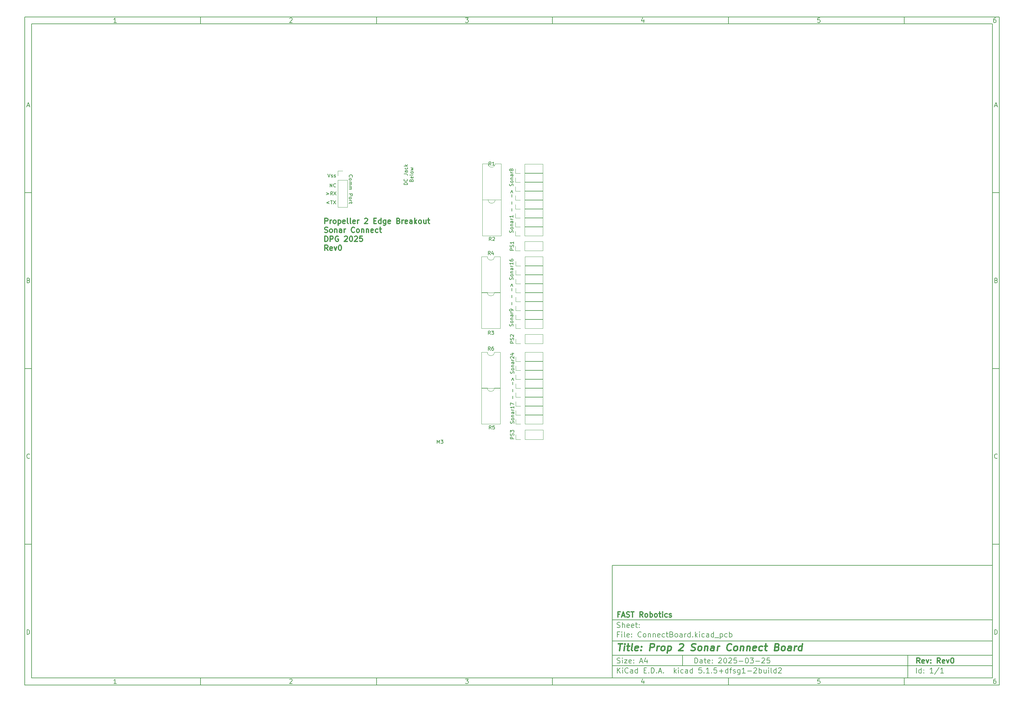
<source format=gbr>
G04 #@! TF.GenerationSoftware,KiCad,Pcbnew,5.1.5+dfsg1-2build2*
G04 #@! TF.CreationDate,2025-03-25T17:45:28-05:00*
G04 #@! TF.ProjectId,ConnectBoard,436f6e6e-6563-4744-926f-6172642e6b69,Rev0*
G04 #@! TF.SameCoordinates,Original*
G04 #@! TF.FileFunction,Legend,Top*
G04 #@! TF.FilePolarity,Positive*
%FSLAX46Y46*%
G04 Gerber Fmt 4.6, Leading zero omitted, Abs format (unit mm)*
G04 Created by KiCad (PCBNEW 5.1.5+dfsg1-2build2) date 2025-03-25 17:45:28*
%MOMM*%
%LPD*%
G04 APERTURE LIST*
%ADD10C,0.100000*%
%ADD11C,0.150000*%
%ADD12C,0.300000*%
%ADD13C,0.400000*%
%ADD14C,0.120000*%
G04 APERTURE END LIST*
D10*
D11*
X177002200Y-166007200D02*
X177002200Y-198007200D01*
X285002200Y-198007200D01*
X285002200Y-166007200D01*
X177002200Y-166007200D01*
D10*
D11*
X10000000Y-10000000D02*
X10000000Y-200007200D01*
X287002200Y-200007200D01*
X287002200Y-10000000D01*
X10000000Y-10000000D01*
D10*
D11*
X12000000Y-12000000D02*
X12000000Y-198007200D01*
X285002200Y-198007200D01*
X285002200Y-12000000D01*
X12000000Y-12000000D01*
D10*
D11*
X60000000Y-12000000D02*
X60000000Y-10000000D01*
D10*
D11*
X110000000Y-12000000D02*
X110000000Y-10000000D01*
D10*
D11*
X160000000Y-12000000D02*
X160000000Y-10000000D01*
D10*
D11*
X210000000Y-12000000D02*
X210000000Y-10000000D01*
D10*
D11*
X260000000Y-12000000D02*
X260000000Y-10000000D01*
D10*
D11*
X36065476Y-11588095D02*
X35322619Y-11588095D01*
X35694047Y-11588095D02*
X35694047Y-10288095D01*
X35570238Y-10473809D01*
X35446428Y-10597619D01*
X35322619Y-10659523D01*
D10*
D11*
X85322619Y-10411904D02*
X85384523Y-10350000D01*
X85508333Y-10288095D01*
X85817857Y-10288095D01*
X85941666Y-10350000D01*
X86003571Y-10411904D01*
X86065476Y-10535714D01*
X86065476Y-10659523D01*
X86003571Y-10845238D01*
X85260714Y-11588095D01*
X86065476Y-11588095D01*
D10*
D11*
X135260714Y-10288095D02*
X136065476Y-10288095D01*
X135632142Y-10783333D01*
X135817857Y-10783333D01*
X135941666Y-10845238D01*
X136003571Y-10907142D01*
X136065476Y-11030952D01*
X136065476Y-11340476D01*
X136003571Y-11464285D01*
X135941666Y-11526190D01*
X135817857Y-11588095D01*
X135446428Y-11588095D01*
X135322619Y-11526190D01*
X135260714Y-11464285D01*
D10*
D11*
X185941666Y-10721428D02*
X185941666Y-11588095D01*
X185632142Y-10226190D02*
X185322619Y-11154761D01*
X186127380Y-11154761D01*
D10*
D11*
X236003571Y-10288095D02*
X235384523Y-10288095D01*
X235322619Y-10907142D01*
X235384523Y-10845238D01*
X235508333Y-10783333D01*
X235817857Y-10783333D01*
X235941666Y-10845238D01*
X236003571Y-10907142D01*
X236065476Y-11030952D01*
X236065476Y-11340476D01*
X236003571Y-11464285D01*
X235941666Y-11526190D01*
X235817857Y-11588095D01*
X235508333Y-11588095D01*
X235384523Y-11526190D01*
X235322619Y-11464285D01*
D10*
D11*
X285941666Y-10288095D02*
X285694047Y-10288095D01*
X285570238Y-10350000D01*
X285508333Y-10411904D01*
X285384523Y-10597619D01*
X285322619Y-10845238D01*
X285322619Y-11340476D01*
X285384523Y-11464285D01*
X285446428Y-11526190D01*
X285570238Y-11588095D01*
X285817857Y-11588095D01*
X285941666Y-11526190D01*
X286003571Y-11464285D01*
X286065476Y-11340476D01*
X286065476Y-11030952D01*
X286003571Y-10907142D01*
X285941666Y-10845238D01*
X285817857Y-10783333D01*
X285570238Y-10783333D01*
X285446428Y-10845238D01*
X285384523Y-10907142D01*
X285322619Y-11030952D01*
D10*
D11*
X60000000Y-198007200D02*
X60000000Y-200007200D01*
D10*
D11*
X110000000Y-198007200D02*
X110000000Y-200007200D01*
D10*
D11*
X160000000Y-198007200D02*
X160000000Y-200007200D01*
D10*
D11*
X210000000Y-198007200D02*
X210000000Y-200007200D01*
D10*
D11*
X260000000Y-198007200D02*
X260000000Y-200007200D01*
D10*
D11*
X36065476Y-199595295D02*
X35322619Y-199595295D01*
X35694047Y-199595295D02*
X35694047Y-198295295D01*
X35570238Y-198481009D01*
X35446428Y-198604819D01*
X35322619Y-198666723D01*
D10*
D11*
X85322619Y-198419104D02*
X85384523Y-198357200D01*
X85508333Y-198295295D01*
X85817857Y-198295295D01*
X85941666Y-198357200D01*
X86003571Y-198419104D01*
X86065476Y-198542914D01*
X86065476Y-198666723D01*
X86003571Y-198852438D01*
X85260714Y-199595295D01*
X86065476Y-199595295D01*
D10*
D11*
X135260714Y-198295295D02*
X136065476Y-198295295D01*
X135632142Y-198790533D01*
X135817857Y-198790533D01*
X135941666Y-198852438D01*
X136003571Y-198914342D01*
X136065476Y-199038152D01*
X136065476Y-199347676D01*
X136003571Y-199471485D01*
X135941666Y-199533390D01*
X135817857Y-199595295D01*
X135446428Y-199595295D01*
X135322619Y-199533390D01*
X135260714Y-199471485D01*
D10*
D11*
X185941666Y-198728628D02*
X185941666Y-199595295D01*
X185632142Y-198233390D02*
X185322619Y-199161961D01*
X186127380Y-199161961D01*
D10*
D11*
X236003571Y-198295295D02*
X235384523Y-198295295D01*
X235322619Y-198914342D01*
X235384523Y-198852438D01*
X235508333Y-198790533D01*
X235817857Y-198790533D01*
X235941666Y-198852438D01*
X236003571Y-198914342D01*
X236065476Y-199038152D01*
X236065476Y-199347676D01*
X236003571Y-199471485D01*
X235941666Y-199533390D01*
X235817857Y-199595295D01*
X235508333Y-199595295D01*
X235384523Y-199533390D01*
X235322619Y-199471485D01*
D10*
D11*
X285941666Y-198295295D02*
X285694047Y-198295295D01*
X285570238Y-198357200D01*
X285508333Y-198419104D01*
X285384523Y-198604819D01*
X285322619Y-198852438D01*
X285322619Y-199347676D01*
X285384523Y-199471485D01*
X285446428Y-199533390D01*
X285570238Y-199595295D01*
X285817857Y-199595295D01*
X285941666Y-199533390D01*
X286003571Y-199471485D01*
X286065476Y-199347676D01*
X286065476Y-199038152D01*
X286003571Y-198914342D01*
X285941666Y-198852438D01*
X285817857Y-198790533D01*
X285570238Y-198790533D01*
X285446428Y-198852438D01*
X285384523Y-198914342D01*
X285322619Y-199038152D01*
D10*
D11*
X10000000Y-60000000D02*
X12000000Y-60000000D01*
D10*
D11*
X10000000Y-110000000D02*
X12000000Y-110000000D01*
D10*
D11*
X10000000Y-160000000D02*
X12000000Y-160000000D01*
D10*
D11*
X10690476Y-35216666D02*
X11309523Y-35216666D01*
X10566666Y-35588095D02*
X11000000Y-34288095D01*
X11433333Y-35588095D01*
D10*
D11*
X11092857Y-84907142D02*
X11278571Y-84969047D01*
X11340476Y-85030952D01*
X11402380Y-85154761D01*
X11402380Y-85340476D01*
X11340476Y-85464285D01*
X11278571Y-85526190D01*
X11154761Y-85588095D01*
X10659523Y-85588095D01*
X10659523Y-84288095D01*
X11092857Y-84288095D01*
X11216666Y-84350000D01*
X11278571Y-84411904D01*
X11340476Y-84535714D01*
X11340476Y-84659523D01*
X11278571Y-84783333D01*
X11216666Y-84845238D01*
X11092857Y-84907142D01*
X10659523Y-84907142D01*
D10*
D11*
X11402380Y-135464285D02*
X11340476Y-135526190D01*
X11154761Y-135588095D01*
X11030952Y-135588095D01*
X10845238Y-135526190D01*
X10721428Y-135402380D01*
X10659523Y-135278571D01*
X10597619Y-135030952D01*
X10597619Y-134845238D01*
X10659523Y-134597619D01*
X10721428Y-134473809D01*
X10845238Y-134350000D01*
X11030952Y-134288095D01*
X11154761Y-134288095D01*
X11340476Y-134350000D01*
X11402380Y-134411904D01*
D10*
D11*
X10659523Y-185588095D02*
X10659523Y-184288095D01*
X10969047Y-184288095D01*
X11154761Y-184350000D01*
X11278571Y-184473809D01*
X11340476Y-184597619D01*
X11402380Y-184845238D01*
X11402380Y-185030952D01*
X11340476Y-185278571D01*
X11278571Y-185402380D01*
X11154761Y-185526190D01*
X10969047Y-185588095D01*
X10659523Y-185588095D01*
D10*
D11*
X287002200Y-60000000D02*
X285002200Y-60000000D01*
D10*
D11*
X287002200Y-110000000D02*
X285002200Y-110000000D01*
D10*
D11*
X287002200Y-160000000D02*
X285002200Y-160000000D01*
D10*
D11*
X285692676Y-35216666D02*
X286311723Y-35216666D01*
X285568866Y-35588095D02*
X286002200Y-34288095D01*
X286435533Y-35588095D01*
D10*
D11*
X286095057Y-84907142D02*
X286280771Y-84969047D01*
X286342676Y-85030952D01*
X286404580Y-85154761D01*
X286404580Y-85340476D01*
X286342676Y-85464285D01*
X286280771Y-85526190D01*
X286156961Y-85588095D01*
X285661723Y-85588095D01*
X285661723Y-84288095D01*
X286095057Y-84288095D01*
X286218866Y-84350000D01*
X286280771Y-84411904D01*
X286342676Y-84535714D01*
X286342676Y-84659523D01*
X286280771Y-84783333D01*
X286218866Y-84845238D01*
X286095057Y-84907142D01*
X285661723Y-84907142D01*
D10*
D11*
X286404580Y-135464285D02*
X286342676Y-135526190D01*
X286156961Y-135588095D01*
X286033152Y-135588095D01*
X285847438Y-135526190D01*
X285723628Y-135402380D01*
X285661723Y-135278571D01*
X285599819Y-135030952D01*
X285599819Y-134845238D01*
X285661723Y-134597619D01*
X285723628Y-134473809D01*
X285847438Y-134350000D01*
X286033152Y-134288095D01*
X286156961Y-134288095D01*
X286342676Y-134350000D01*
X286404580Y-134411904D01*
D10*
D11*
X285661723Y-185588095D02*
X285661723Y-184288095D01*
X285971247Y-184288095D01*
X286156961Y-184350000D01*
X286280771Y-184473809D01*
X286342676Y-184597619D01*
X286404580Y-184845238D01*
X286404580Y-185030952D01*
X286342676Y-185278571D01*
X286280771Y-185402380D01*
X286156961Y-185526190D01*
X285971247Y-185588095D01*
X285661723Y-185588095D01*
D10*
D11*
X200434342Y-193785771D02*
X200434342Y-192285771D01*
X200791485Y-192285771D01*
X201005771Y-192357200D01*
X201148628Y-192500057D01*
X201220057Y-192642914D01*
X201291485Y-192928628D01*
X201291485Y-193142914D01*
X201220057Y-193428628D01*
X201148628Y-193571485D01*
X201005771Y-193714342D01*
X200791485Y-193785771D01*
X200434342Y-193785771D01*
X202577200Y-193785771D02*
X202577200Y-193000057D01*
X202505771Y-192857200D01*
X202362914Y-192785771D01*
X202077200Y-192785771D01*
X201934342Y-192857200D01*
X202577200Y-193714342D02*
X202434342Y-193785771D01*
X202077200Y-193785771D01*
X201934342Y-193714342D01*
X201862914Y-193571485D01*
X201862914Y-193428628D01*
X201934342Y-193285771D01*
X202077200Y-193214342D01*
X202434342Y-193214342D01*
X202577200Y-193142914D01*
X203077200Y-192785771D02*
X203648628Y-192785771D01*
X203291485Y-192285771D02*
X203291485Y-193571485D01*
X203362914Y-193714342D01*
X203505771Y-193785771D01*
X203648628Y-193785771D01*
X204720057Y-193714342D02*
X204577200Y-193785771D01*
X204291485Y-193785771D01*
X204148628Y-193714342D01*
X204077200Y-193571485D01*
X204077200Y-193000057D01*
X204148628Y-192857200D01*
X204291485Y-192785771D01*
X204577200Y-192785771D01*
X204720057Y-192857200D01*
X204791485Y-193000057D01*
X204791485Y-193142914D01*
X204077200Y-193285771D01*
X205434342Y-193642914D02*
X205505771Y-193714342D01*
X205434342Y-193785771D01*
X205362914Y-193714342D01*
X205434342Y-193642914D01*
X205434342Y-193785771D01*
X205434342Y-192857200D02*
X205505771Y-192928628D01*
X205434342Y-193000057D01*
X205362914Y-192928628D01*
X205434342Y-192857200D01*
X205434342Y-193000057D01*
X207220057Y-192428628D02*
X207291485Y-192357200D01*
X207434342Y-192285771D01*
X207791485Y-192285771D01*
X207934342Y-192357200D01*
X208005771Y-192428628D01*
X208077200Y-192571485D01*
X208077200Y-192714342D01*
X208005771Y-192928628D01*
X207148628Y-193785771D01*
X208077200Y-193785771D01*
X209005771Y-192285771D02*
X209148628Y-192285771D01*
X209291485Y-192357200D01*
X209362914Y-192428628D01*
X209434342Y-192571485D01*
X209505771Y-192857200D01*
X209505771Y-193214342D01*
X209434342Y-193500057D01*
X209362914Y-193642914D01*
X209291485Y-193714342D01*
X209148628Y-193785771D01*
X209005771Y-193785771D01*
X208862914Y-193714342D01*
X208791485Y-193642914D01*
X208720057Y-193500057D01*
X208648628Y-193214342D01*
X208648628Y-192857200D01*
X208720057Y-192571485D01*
X208791485Y-192428628D01*
X208862914Y-192357200D01*
X209005771Y-192285771D01*
X210077200Y-192428628D02*
X210148628Y-192357200D01*
X210291485Y-192285771D01*
X210648628Y-192285771D01*
X210791485Y-192357200D01*
X210862914Y-192428628D01*
X210934342Y-192571485D01*
X210934342Y-192714342D01*
X210862914Y-192928628D01*
X210005771Y-193785771D01*
X210934342Y-193785771D01*
X212291485Y-192285771D02*
X211577200Y-192285771D01*
X211505771Y-193000057D01*
X211577200Y-192928628D01*
X211720057Y-192857200D01*
X212077200Y-192857200D01*
X212220057Y-192928628D01*
X212291485Y-193000057D01*
X212362914Y-193142914D01*
X212362914Y-193500057D01*
X212291485Y-193642914D01*
X212220057Y-193714342D01*
X212077200Y-193785771D01*
X211720057Y-193785771D01*
X211577200Y-193714342D01*
X211505771Y-193642914D01*
X213005771Y-193214342D02*
X214148628Y-193214342D01*
X215148628Y-192285771D02*
X215291485Y-192285771D01*
X215434342Y-192357200D01*
X215505771Y-192428628D01*
X215577200Y-192571485D01*
X215648628Y-192857200D01*
X215648628Y-193214342D01*
X215577200Y-193500057D01*
X215505771Y-193642914D01*
X215434342Y-193714342D01*
X215291485Y-193785771D01*
X215148628Y-193785771D01*
X215005771Y-193714342D01*
X214934342Y-193642914D01*
X214862914Y-193500057D01*
X214791485Y-193214342D01*
X214791485Y-192857200D01*
X214862914Y-192571485D01*
X214934342Y-192428628D01*
X215005771Y-192357200D01*
X215148628Y-192285771D01*
X216148628Y-192285771D02*
X217077200Y-192285771D01*
X216577200Y-192857200D01*
X216791485Y-192857200D01*
X216934342Y-192928628D01*
X217005771Y-193000057D01*
X217077200Y-193142914D01*
X217077200Y-193500057D01*
X217005771Y-193642914D01*
X216934342Y-193714342D01*
X216791485Y-193785771D01*
X216362914Y-193785771D01*
X216220057Y-193714342D01*
X216148628Y-193642914D01*
X217720057Y-193214342D02*
X218862914Y-193214342D01*
X219505771Y-192428628D02*
X219577200Y-192357200D01*
X219720057Y-192285771D01*
X220077200Y-192285771D01*
X220220057Y-192357200D01*
X220291485Y-192428628D01*
X220362914Y-192571485D01*
X220362914Y-192714342D01*
X220291485Y-192928628D01*
X219434342Y-193785771D01*
X220362914Y-193785771D01*
X221720057Y-192285771D02*
X221005771Y-192285771D01*
X220934342Y-193000057D01*
X221005771Y-192928628D01*
X221148628Y-192857200D01*
X221505771Y-192857200D01*
X221648628Y-192928628D01*
X221720057Y-193000057D01*
X221791485Y-193142914D01*
X221791485Y-193500057D01*
X221720057Y-193642914D01*
X221648628Y-193714342D01*
X221505771Y-193785771D01*
X221148628Y-193785771D01*
X221005771Y-193714342D01*
X220934342Y-193642914D01*
D10*
D11*
X177002200Y-194507200D02*
X285002200Y-194507200D01*
D10*
D11*
X178434342Y-196585771D02*
X178434342Y-195085771D01*
X179291485Y-196585771D02*
X178648628Y-195728628D01*
X179291485Y-195085771D02*
X178434342Y-195942914D01*
X179934342Y-196585771D02*
X179934342Y-195585771D01*
X179934342Y-195085771D02*
X179862914Y-195157200D01*
X179934342Y-195228628D01*
X180005771Y-195157200D01*
X179934342Y-195085771D01*
X179934342Y-195228628D01*
X181505771Y-196442914D02*
X181434342Y-196514342D01*
X181220057Y-196585771D01*
X181077200Y-196585771D01*
X180862914Y-196514342D01*
X180720057Y-196371485D01*
X180648628Y-196228628D01*
X180577200Y-195942914D01*
X180577200Y-195728628D01*
X180648628Y-195442914D01*
X180720057Y-195300057D01*
X180862914Y-195157200D01*
X181077200Y-195085771D01*
X181220057Y-195085771D01*
X181434342Y-195157200D01*
X181505771Y-195228628D01*
X182791485Y-196585771D02*
X182791485Y-195800057D01*
X182720057Y-195657200D01*
X182577200Y-195585771D01*
X182291485Y-195585771D01*
X182148628Y-195657200D01*
X182791485Y-196514342D02*
X182648628Y-196585771D01*
X182291485Y-196585771D01*
X182148628Y-196514342D01*
X182077200Y-196371485D01*
X182077200Y-196228628D01*
X182148628Y-196085771D01*
X182291485Y-196014342D01*
X182648628Y-196014342D01*
X182791485Y-195942914D01*
X184148628Y-196585771D02*
X184148628Y-195085771D01*
X184148628Y-196514342D02*
X184005771Y-196585771D01*
X183720057Y-196585771D01*
X183577200Y-196514342D01*
X183505771Y-196442914D01*
X183434342Y-196300057D01*
X183434342Y-195871485D01*
X183505771Y-195728628D01*
X183577200Y-195657200D01*
X183720057Y-195585771D01*
X184005771Y-195585771D01*
X184148628Y-195657200D01*
X186005771Y-195800057D02*
X186505771Y-195800057D01*
X186720057Y-196585771D02*
X186005771Y-196585771D01*
X186005771Y-195085771D01*
X186720057Y-195085771D01*
X187362914Y-196442914D02*
X187434342Y-196514342D01*
X187362914Y-196585771D01*
X187291485Y-196514342D01*
X187362914Y-196442914D01*
X187362914Y-196585771D01*
X188077200Y-196585771D02*
X188077200Y-195085771D01*
X188434342Y-195085771D01*
X188648628Y-195157200D01*
X188791485Y-195300057D01*
X188862914Y-195442914D01*
X188934342Y-195728628D01*
X188934342Y-195942914D01*
X188862914Y-196228628D01*
X188791485Y-196371485D01*
X188648628Y-196514342D01*
X188434342Y-196585771D01*
X188077200Y-196585771D01*
X189577200Y-196442914D02*
X189648628Y-196514342D01*
X189577200Y-196585771D01*
X189505771Y-196514342D01*
X189577200Y-196442914D01*
X189577200Y-196585771D01*
X190220057Y-196157200D02*
X190934342Y-196157200D01*
X190077200Y-196585771D02*
X190577200Y-195085771D01*
X191077200Y-196585771D01*
X191577200Y-196442914D02*
X191648628Y-196514342D01*
X191577200Y-196585771D01*
X191505771Y-196514342D01*
X191577200Y-196442914D01*
X191577200Y-196585771D01*
X194577200Y-196585771D02*
X194577200Y-195085771D01*
X194720057Y-196014342D02*
X195148628Y-196585771D01*
X195148628Y-195585771D02*
X194577200Y-196157200D01*
X195791485Y-196585771D02*
X195791485Y-195585771D01*
X195791485Y-195085771D02*
X195720057Y-195157200D01*
X195791485Y-195228628D01*
X195862914Y-195157200D01*
X195791485Y-195085771D01*
X195791485Y-195228628D01*
X197148628Y-196514342D02*
X197005771Y-196585771D01*
X196720057Y-196585771D01*
X196577200Y-196514342D01*
X196505771Y-196442914D01*
X196434342Y-196300057D01*
X196434342Y-195871485D01*
X196505771Y-195728628D01*
X196577200Y-195657200D01*
X196720057Y-195585771D01*
X197005771Y-195585771D01*
X197148628Y-195657200D01*
X198434342Y-196585771D02*
X198434342Y-195800057D01*
X198362914Y-195657200D01*
X198220057Y-195585771D01*
X197934342Y-195585771D01*
X197791485Y-195657200D01*
X198434342Y-196514342D02*
X198291485Y-196585771D01*
X197934342Y-196585771D01*
X197791485Y-196514342D01*
X197720057Y-196371485D01*
X197720057Y-196228628D01*
X197791485Y-196085771D01*
X197934342Y-196014342D01*
X198291485Y-196014342D01*
X198434342Y-195942914D01*
X199791485Y-196585771D02*
X199791485Y-195085771D01*
X199791485Y-196514342D02*
X199648628Y-196585771D01*
X199362914Y-196585771D01*
X199220057Y-196514342D01*
X199148628Y-196442914D01*
X199077200Y-196300057D01*
X199077200Y-195871485D01*
X199148628Y-195728628D01*
X199220057Y-195657200D01*
X199362914Y-195585771D01*
X199648628Y-195585771D01*
X199791485Y-195657200D01*
X202362914Y-195085771D02*
X201648628Y-195085771D01*
X201577200Y-195800057D01*
X201648628Y-195728628D01*
X201791485Y-195657200D01*
X202148628Y-195657200D01*
X202291485Y-195728628D01*
X202362914Y-195800057D01*
X202434342Y-195942914D01*
X202434342Y-196300057D01*
X202362914Y-196442914D01*
X202291485Y-196514342D01*
X202148628Y-196585771D01*
X201791485Y-196585771D01*
X201648628Y-196514342D01*
X201577200Y-196442914D01*
X203077200Y-196442914D02*
X203148628Y-196514342D01*
X203077200Y-196585771D01*
X203005771Y-196514342D01*
X203077200Y-196442914D01*
X203077200Y-196585771D01*
X204577200Y-196585771D02*
X203720057Y-196585771D01*
X204148628Y-196585771D02*
X204148628Y-195085771D01*
X204005771Y-195300057D01*
X203862914Y-195442914D01*
X203720057Y-195514342D01*
X205220057Y-196442914D02*
X205291485Y-196514342D01*
X205220057Y-196585771D01*
X205148628Y-196514342D01*
X205220057Y-196442914D01*
X205220057Y-196585771D01*
X206648628Y-195085771D02*
X205934342Y-195085771D01*
X205862914Y-195800057D01*
X205934342Y-195728628D01*
X206077200Y-195657200D01*
X206434342Y-195657200D01*
X206577200Y-195728628D01*
X206648628Y-195800057D01*
X206720057Y-195942914D01*
X206720057Y-196300057D01*
X206648628Y-196442914D01*
X206577200Y-196514342D01*
X206434342Y-196585771D01*
X206077200Y-196585771D01*
X205934342Y-196514342D01*
X205862914Y-196442914D01*
X207362914Y-196014342D02*
X208505771Y-196014342D01*
X207934342Y-196585771D02*
X207934342Y-195442914D01*
X209862914Y-196585771D02*
X209862914Y-195085771D01*
X209862914Y-196514342D02*
X209720057Y-196585771D01*
X209434342Y-196585771D01*
X209291485Y-196514342D01*
X209220057Y-196442914D01*
X209148628Y-196300057D01*
X209148628Y-195871485D01*
X209220057Y-195728628D01*
X209291485Y-195657200D01*
X209434342Y-195585771D01*
X209720057Y-195585771D01*
X209862914Y-195657200D01*
X210362914Y-195585771D02*
X210934342Y-195585771D01*
X210577200Y-196585771D02*
X210577200Y-195300057D01*
X210648628Y-195157200D01*
X210791485Y-195085771D01*
X210934342Y-195085771D01*
X211362914Y-196514342D02*
X211505771Y-196585771D01*
X211791485Y-196585771D01*
X211934342Y-196514342D01*
X212005771Y-196371485D01*
X212005771Y-196300057D01*
X211934342Y-196157200D01*
X211791485Y-196085771D01*
X211577200Y-196085771D01*
X211434342Y-196014342D01*
X211362914Y-195871485D01*
X211362914Y-195800057D01*
X211434342Y-195657200D01*
X211577200Y-195585771D01*
X211791485Y-195585771D01*
X211934342Y-195657200D01*
X213291485Y-195585771D02*
X213291485Y-196800057D01*
X213220057Y-196942914D01*
X213148628Y-197014342D01*
X213005771Y-197085771D01*
X212791485Y-197085771D01*
X212648628Y-197014342D01*
X213291485Y-196514342D02*
X213148628Y-196585771D01*
X212862914Y-196585771D01*
X212720057Y-196514342D01*
X212648628Y-196442914D01*
X212577200Y-196300057D01*
X212577200Y-195871485D01*
X212648628Y-195728628D01*
X212720057Y-195657200D01*
X212862914Y-195585771D01*
X213148628Y-195585771D01*
X213291485Y-195657200D01*
X214791485Y-196585771D02*
X213934342Y-196585771D01*
X214362914Y-196585771D02*
X214362914Y-195085771D01*
X214220057Y-195300057D01*
X214077200Y-195442914D01*
X213934342Y-195514342D01*
X215434342Y-196014342D02*
X216577200Y-196014342D01*
X217220057Y-195228628D02*
X217291485Y-195157200D01*
X217434342Y-195085771D01*
X217791485Y-195085771D01*
X217934342Y-195157200D01*
X218005771Y-195228628D01*
X218077200Y-195371485D01*
X218077200Y-195514342D01*
X218005771Y-195728628D01*
X217148628Y-196585771D01*
X218077200Y-196585771D01*
X218720057Y-196585771D02*
X218720057Y-195085771D01*
X218720057Y-195657200D02*
X218862914Y-195585771D01*
X219148628Y-195585771D01*
X219291485Y-195657200D01*
X219362914Y-195728628D01*
X219434342Y-195871485D01*
X219434342Y-196300057D01*
X219362914Y-196442914D01*
X219291485Y-196514342D01*
X219148628Y-196585771D01*
X218862914Y-196585771D01*
X218720057Y-196514342D01*
X220720057Y-195585771D02*
X220720057Y-196585771D01*
X220077200Y-195585771D02*
X220077200Y-196371485D01*
X220148628Y-196514342D01*
X220291485Y-196585771D01*
X220505771Y-196585771D01*
X220648628Y-196514342D01*
X220720057Y-196442914D01*
X221434342Y-196585771D02*
X221434342Y-195585771D01*
X221434342Y-195085771D02*
X221362914Y-195157200D01*
X221434342Y-195228628D01*
X221505771Y-195157200D01*
X221434342Y-195085771D01*
X221434342Y-195228628D01*
X222362914Y-196585771D02*
X222220057Y-196514342D01*
X222148628Y-196371485D01*
X222148628Y-195085771D01*
X223577200Y-196585771D02*
X223577200Y-195085771D01*
X223577200Y-196514342D02*
X223434342Y-196585771D01*
X223148628Y-196585771D01*
X223005771Y-196514342D01*
X222934342Y-196442914D01*
X222862914Y-196300057D01*
X222862914Y-195871485D01*
X222934342Y-195728628D01*
X223005771Y-195657200D01*
X223148628Y-195585771D01*
X223434342Y-195585771D01*
X223577200Y-195657200D01*
X224220057Y-195228628D02*
X224291485Y-195157200D01*
X224434342Y-195085771D01*
X224791485Y-195085771D01*
X224934342Y-195157200D01*
X225005771Y-195228628D01*
X225077200Y-195371485D01*
X225077200Y-195514342D01*
X225005771Y-195728628D01*
X224148628Y-196585771D01*
X225077200Y-196585771D01*
D10*
D11*
X177002200Y-191507200D02*
X285002200Y-191507200D01*
D10*
D12*
X264411485Y-193785771D02*
X263911485Y-193071485D01*
X263554342Y-193785771D02*
X263554342Y-192285771D01*
X264125771Y-192285771D01*
X264268628Y-192357200D01*
X264340057Y-192428628D01*
X264411485Y-192571485D01*
X264411485Y-192785771D01*
X264340057Y-192928628D01*
X264268628Y-193000057D01*
X264125771Y-193071485D01*
X263554342Y-193071485D01*
X265625771Y-193714342D02*
X265482914Y-193785771D01*
X265197200Y-193785771D01*
X265054342Y-193714342D01*
X264982914Y-193571485D01*
X264982914Y-193000057D01*
X265054342Y-192857200D01*
X265197200Y-192785771D01*
X265482914Y-192785771D01*
X265625771Y-192857200D01*
X265697200Y-193000057D01*
X265697200Y-193142914D01*
X264982914Y-193285771D01*
X266197200Y-192785771D02*
X266554342Y-193785771D01*
X266911485Y-192785771D01*
X267482914Y-193642914D02*
X267554342Y-193714342D01*
X267482914Y-193785771D01*
X267411485Y-193714342D01*
X267482914Y-193642914D01*
X267482914Y-193785771D01*
X267482914Y-192857200D02*
X267554342Y-192928628D01*
X267482914Y-193000057D01*
X267411485Y-192928628D01*
X267482914Y-192857200D01*
X267482914Y-193000057D01*
X270197200Y-193785771D02*
X269697200Y-193071485D01*
X269340057Y-193785771D02*
X269340057Y-192285771D01*
X269911485Y-192285771D01*
X270054342Y-192357200D01*
X270125771Y-192428628D01*
X270197200Y-192571485D01*
X270197200Y-192785771D01*
X270125771Y-192928628D01*
X270054342Y-193000057D01*
X269911485Y-193071485D01*
X269340057Y-193071485D01*
X271411485Y-193714342D02*
X271268628Y-193785771D01*
X270982914Y-193785771D01*
X270840057Y-193714342D01*
X270768628Y-193571485D01*
X270768628Y-193000057D01*
X270840057Y-192857200D01*
X270982914Y-192785771D01*
X271268628Y-192785771D01*
X271411485Y-192857200D01*
X271482914Y-193000057D01*
X271482914Y-193142914D01*
X270768628Y-193285771D01*
X271982914Y-192785771D02*
X272340057Y-193785771D01*
X272697200Y-192785771D01*
X273554342Y-192285771D02*
X273697200Y-192285771D01*
X273840057Y-192357200D01*
X273911485Y-192428628D01*
X273982914Y-192571485D01*
X274054342Y-192857200D01*
X274054342Y-193214342D01*
X273982914Y-193500057D01*
X273911485Y-193642914D01*
X273840057Y-193714342D01*
X273697200Y-193785771D01*
X273554342Y-193785771D01*
X273411485Y-193714342D01*
X273340057Y-193642914D01*
X273268628Y-193500057D01*
X273197200Y-193214342D01*
X273197200Y-192857200D01*
X273268628Y-192571485D01*
X273340057Y-192428628D01*
X273411485Y-192357200D01*
X273554342Y-192285771D01*
D10*
D11*
X178362914Y-193714342D02*
X178577200Y-193785771D01*
X178934342Y-193785771D01*
X179077200Y-193714342D01*
X179148628Y-193642914D01*
X179220057Y-193500057D01*
X179220057Y-193357200D01*
X179148628Y-193214342D01*
X179077200Y-193142914D01*
X178934342Y-193071485D01*
X178648628Y-193000057D01*
X178505771Y-192928628D01*
X178434342Y-192857200D01*
X178362914Y-192714342D01*
X178362914Y-192571485D01*
X178434342Y-192428628D01*
X178505771Y-192357200D01*
X178648628Y-192285771D01*
X179005771Y-192285771D01*
X179220057Y-192357200D01*
X179862914Y-193785771D02*
X179862914Y-192785771D01*
X179862914Y-192285771D02*
X179791485Y-192357200D01*
X179862914Y-192428628D01*
X179934342Y-192357200D01*
X179862914Y-192285771D01*
X179862914Y-192428628D01*
X180434342Y-192785771D02*
X181220057Y-192785771D01*
X180434342Y-193785771D01*
X181220057Y-193785771D01*
X182362914Y-193714342D02*
X182220057Y-193785771D01*
X181934342Y-193785771D01*
X181791485Y-193714342D01*
X181720057Y-193571485D01*
X181720057Y-193000057D01*
X181791485Y-192857200D01*
X181934342Y-192785771D01*
X182220057Y-192785771D01*
X182362914Y-192857200D01*
X182434342Y-193000057D01*
X182434342Y-193142914D01*
X181720057Y-193285771D01*
X183077200Y-193642914D02*
X183148628Y-193714342D01*
X183077200Y-193785771D01*
X183005771Y-193714342D01*
X183077200Y-193642914D01*
X183077200Y-193785771D01*
X183077200Y-192857200D02*
X183148628Y-192928628D01*
X183077200Y-193000057D01*
X183005771Y-192928628D01*
X183077200Y-192857200D01*
X183077200Y-193000057D01*
X184862914Y-193357200D02*
X185577200Y-193357200D01*
X184720057Y-193785771D02*
X185220057Y-192285771D01*
X185720057Y-193785771D01*
X186862914Y-192785771D02*
X186862914Y-193785771D01*
X186505771Y-192214342D02*
X186148628Y-193285771D01*
X187077200Y-193285771D01*
D10*
D11*
X263434342Y-196585771D02*
X263434342Y-195085771D01*
X264791485Y-196585771D02*
X264791485Y-195085771D01*
X264791485Y-196514342D02*
X264648628Y-196585771D01*
X264362914Y-196585771D01*
X264220057Y-196514342D01*
X264148628Y-196442914D01*
X264077200Y-196300057D01*
X264077200Y-195871485D01*
X264148628Y-195728628D01*
X264220057Y-195657200D01*
X264362914Y-195585771D01*
X264648628Y-195585771D01*
X264791485Y-195657200D01*
X265505771Y-196442914D02*
X265577200Y-196514342D01*
X265505771Y-196585771D01*
X265434342Y-196514342D01*
X265505771Y-196442914D01*
X265505771Y-196585771D01*
X265505771Y-195657200D02*
X265577200Y-195728628D01*
X265505771Y-195800057D01*
X265434342Y-195728628D01*
X265505771Y-195657200D01*
X265505771Y-195800057D01*
X268148628Y-196585771D02*
X267291485Y-196585771D01*
X267720057Y-196585771D02*
X267720057Y-195085771D01*
X267577200Y-195300057D01*
X267434342Y-195442914D01*
X267291485Y-195514342D01*
X269862914Y-195014342D02*
X268577200Y-196942914D01*
X271148628Y-196585771D02*
X270291485Y-196585771D01*
X270720057Y-196585771D02*
X270720057Y-195085771D01*
X270577200Y-195300057D01*
X270434342Y-195442914D01*
X270291485Y-195514342D01*
D10*
D11*
X177002200Y-187507200D02*
X285002200Y-187507200D01*
D10*
D13*
X178714580Y-188211961D02*
X179857438Y-188211961D01*
X179036009Y-190211961D02*
X179286009Y-188211961D01*
X180274104Y-190211961D02*
X180440771Y-188878628D01*
X180524104Y-188211961D02*
X180416961Y-188307200D01*
X180500295Y-188402438D01*
X180607438Y-188307200D01*
X180524104Y-188211961D01*
X180500295Y-188402438D01*
X181107438Y-188878628D02*
X181869342Y-188878628D01*
X181476485Y-188211961D02*
X181262200Y-189926247D01*
X181333628Y-190116723D01*
X181512200Y-190211961D01*
X181702676Y-190211961D01*
X182655057Y-190211961D02*
X182476485Y-190116723D01*
X182405057Y-189926247D01*
X182619342Y-188211961D01*
X184190771Y-190116723D02*
X183988390Y-190211961D01*
X183607438Y-190211961D01*
X183428866Y-190116723D01*
X183357438Y-189926247D01*
X183452676Y-189164342D01*
X183571723Y-188973866D01*
X183774104Y-188878628D01*
X184155057Y-188878628D01*
X184333628Y-188973866D01*
X184405057Y-189164342D01*
X184381247Y-189354819D01*
X183405057Y-189545295D01*
X185155057Y-190021485D02*
X185238390Y-190116723D01*
X185131247Y-190211961D01*
X185047914Y-190116723D01*
X185155057Y-190021485D01*
X185131247Y-190211961D01*
X185286009Y-188973866D02*
X185369342Y-189069104D01*
X185262200Y-189164342D01*
X185178866Y-189069104D01*
X185286009Y-188973866D01*
X185262200Y-189164342D01*
X187607438Y-190211961D02*
X187857438Y-188211961D01*
X188619342Y-188211961D01*
X188797914Y-188307200D01*
X188881247Y-188402438D01*
X188952676Y-188592914D01*
X188916961Y-188878628D01*
X188797914Y-189069104D01*
X188690771Y-189164342D01*
X188488390Y-189259580D01*
X187726485Y-189259580D01*
X189607438Y-190211961D02*
X189774104Y-188878628D01*
X189726485Y-189259580D02*
X189845533Y-189069104D01*
X189952676Y-188973866D01*
X190155057Y-188878628D01*
X190345533Y-188878628D01*
X191131247Y-190211961D02*
X190952676Y-190116723D01*
X190869342Y-190021485D01*
X190797914Y-189831009D01*
X190869342Y-189259580D01*
X190988390Y-189069104D01*
X191095533Y-188973866D01*
X191297914Y-188878628D01*
X191583628Y-188878628D01*
X191762200Y-188973866D01*
X191845533Y-189069104D01*
X191916961Y-189259580D01*
X191845533Y-189831009D01*
X191726485Y-190021485D01*
X191619342Y-190116723D01*
X191416961Y-190211961D01*
X191131247Y-190211961D01*
X192821723Y-188878628D02*
X192571723Y-190878628D01*
X192809819Y-188973866D02*
X193012200Y-188878628D01*
X193393152Y-188878628D01*
X193571723Y-188973866D01*
X193655057Y-189069104D01*
X193726485Y-189259580D01*
X193655057Y-189831009D01*
X193536009Y-190021485D01*
X193428866Y-190116723D01*
X193226485Y-190211961D01*
X192845533Y-190211961D01*
X192666961Y-190116723D01*
X196119342Y-188402438D02*
X196226485Y-188307200D01*
X196428866Y-188211961D01*
X196905057Y-188211961D01*
X197083628Y-188307200D01*
X197166961Y-188402438D01*
X197238390Y-188592914D01*
X197214580Y-188783390D01*
X197083628Y-189069104D01*
X195797914Y-190211961D01*
X197036009Y-190211961D01*
X199333628Y-190116723D02*
X199607438Y-190211961D01*
X200083628Y-190211961D01*
X200286009Y-190116723D01*
X200393152Y-190021485D01*
X200512200Y-189831009D01*
X200536009Y-189640533D01*
X200464580Y-189450057D01*
X200381247Y-189354819D01*
X200202676Y-189259580D01*
X199833628Y-189164342D01*
X199655057Y-189069104D01*
X199571723Y-188973866D01*
X199500295Y-188783390D01*
X199524104Y-188592914D01*
X199643152Y-188402438D01*
X199750295Y-188307200D01*
X199952676Y-188211961D01*
X200428866Y-188211961D01*
X200702676Y-188307200D01*
X201607438Y-190211961D02*
X201428866Y-190116723D01*
X201345533Y-190021485D01*
X201274104Y-189831009D01*
X201345533Y-189259580D01*
X201464580Y-189069104D01*
X201571723Y-188973866D01*
X201774104Y-188878628D01*
X202059819Y-188878628D01*
X202238390Y-188973866D01*
X202321723Y-189069104D01*
X202393152Y-189259580D01*
X202321723Y-189831009D01*
X202202676Y-190021485D01*
X202095533Y-190116723D01*
X201893152Y-190211961D01*
X201607438Y-190211961D01*
X203297914Y-188878628D02*
X203131247Y-190211961D01*
X203274104Y-189069104D02*
X203381247Y-188973866D01*
X203583628Y-188878628D01*
X203869342Y-188878628D01*
X204047914Y-188973866D01*
X204119342Y-189164342D01*
X203988390Y-190211961D01*
X205797914Y-190211961D02*
X205928866Y-189164342D01*
X205857438Y-188973866D01*
X205678866Y-188878628D01*
X205297914Y-188878628D01*
X205095533Y-188973866D01*
X205809819Y-190116723D02*
X205607438Y-190211961D01*
X205131247Y-190211961D01*
X204952676Y-190116723D01*
X204881247Y-189926247D01*
X204905057Y-189735771D01*
X205024104Y-189545295D01*
X205226485Y-189450057D01*
X205702676Y-189450057D01*
X205905057Y-189354819D01*
X206750295Y-190211961D02*
X206916961Y-188878628D01*
X206869342Y-189259580D02*
X206988390Y-189069104D01*
X207095533Y-188973866D01*
X207297914Y-188878628D01*
X207488390Y-188878628D01*
X210678866Y-190021485D02*
X210571723Y-190116723D01*
X210274104Y-190211961D01*
X210083628Y-190211961D01*
X209809819Y-190116723D01*
X209643152Y-189926247D01*
X209571723Y-189735771D01*
X209524104Y-189354819D01*
X209559819Y-189069104D01*
X209702676Y-188688152D01*
X209821723Y-188497676D01*
X210036009Y-188307200D01*
X210333628Y-188211961D01*
X210524104Y-188211961D01*
X210797914Y-188307200D01*
X210881247Y-188402438D01*
X211797914Y-190211961D02*
X211619342Y-190116723D01*
X211536009Y-190021485D01*
X211464580Y-189831009D01*
X211536009Y-189259580D01*
X211655057Y-189069104D01*
X211762200Y-188973866D01*
X211964580Y-188878628D01*
X212250295Y-188878628D01*
X212428866Y-188973866D01*
X212512200Y-189069104D01*
X212583628Y-189259580D01*
X212512200Y-189831009D01*
X212393152Y-190021485D01*
X212286009Y-190116723D01*
X212083628Y-190211961D01*
X211797914Y-190211961D01*
X213488390Y-188878628D02*
X213321723Y-190211961D01*
X213464580Y-189069104D02*
X213571723Y-188973866D01*
X213774104Y-188878628D01*
X214059819Y-188878628D01*
X214238390Y-188973866D01*
X214309819Y-189164342D01*
X214178866Y-190211961D01*
X215297914Y-188878628D02*
X215131247Y-190211961D01*
X215274104Y-189069104D02*
X215381247Y-188973866D01*
X215583628Y-188878628D01*
X215869342Y-188878628D01*
X216047914Y-188973866D01*
X216119342Y-189164342D01*
X215988390Y-190211961D01*
X217714580Y-190116723D02*
X217512200Y-190211961D01*
X217131247Y-190211961D01*
X216952676Y-190116723D01*
X216881247Y-189926247D01*
X216976485Y-189164342D01*
X217095533Y-188973866D01*
X217297914Y-188878628D01*
X217678866Y-188878628D01*
X217857438Y-188973866D01*
X217928866Y-189164342D01*
X217905057Y-189354819D01*
X216928866Y-189545295D01*
X219524104Y-190116723D02*
X219321723Y-190211961D01*
X218940771Y-190211961D01*
X218762200Y-190116723D01*
X218678866Y-190021485D01*
X218607438Y-189831009D01*
X218678866Y-189259580D01*
X218797914Y-189069104D01*
X218905057Y-188973866D01*
X219107438Y-188878628D01*
X219488390Y-188878628D01*
X219666961Y-188973866D01*
X220250295Y-188878628D02*
X221012200Y-188878628D01*
X220619342Y-188211961D02*
X220405057Y-189926247D01*
X220476485Y-190116723D01*
X220655057Y-190211961D01*
X220845533Y-190211961D01*
X223833628Y-189164342D02*
X224107438Y-189259580D01*
X224190771Y-189354819D01*
X224262200Y-189545295D01*
X224226485Y-189831009D01*
X224107438Y-190021485D01*
X224000295Y-190116723D01*
X223797914Y-190211961D01*
X223036009Y-190211961D01*
X223286009Y-188211961D01*
X223952676Y-188211961D01*
X224131247Y-188307200D01*
X224214580Y-188402438D01*
X224286009Y-188592914D01*
X224262200Y-188783390D01*
X224143152Y-188973866D01*
X224036009Y-189069104D01*
X223833628Y-189164342D01*
X223166961Y-189164342D01*
X225321723Y-190211961D02*
X225143152Y-190116723D01*
X225059819Y-190021485D01*
X224988390Y-189831009D01*
X225059819Y-189259580D01*
X225178866Y-189069104D01*
X225286009Y-188973866D01*
X225488390Y-188878628D01*
X225774104Y-188878628D01*
X225952676Y-188973866D01*
X226036009Y-189069104D01*
X226107438Y-189259580D01*
X226036009Y-189831009D01*
X225916961Y-190021485D01*
X225809819Y-190116723D01*
X225607438Y-190211961D01*
X225321723Y-190211961D01*
X227702676Y-190211961D02*
X227833628Y-189164342D01*
X227762200Y-188973866D01*
X227583628Y-188878628D01*
X227202676Y-188878628D01*
X227000295Y-188973866D01*
X227714580Y-190116723D02*
X227512200Y-190211961D01*
X227036009Y-190211961D01*
X226857438Y-190116723D01*
X226786009Y-189926247D01*
X226809819Y-189735771D01*
X226928866Y-189545295D01*
X227131247Y-189450057D01*
X227607438Y-189450057D01*
X227809819Y-189354819D01*
X228655057Y-190211961D02*
X228821723Y-188878628D01*
X228774104Y-189259580D02*
X228893152Y-189069104D01*
X229000295Y-188973866D01*
X229202676Y-188878628D01*
X229393152Y-188878628D01*
X230750295Y-190211961D02*
X231000295Y-188211961D01*
X230762200Y-190116723D02*
X230559819Y-190211961D01*
X230178866Y-190211961D01*
X230000295Y-190116723D01*
X229916961Y-190021485D01*
X229845533Y-189831009D01*
X229916961Y-189259580D01*
X230036009Y-189069104D01*
X230143152Y-188973866D01*
X230345533Y-188878628D01*
X230726485Y-188878628D01*
X230905057Y-188973866D01*
D10*
D11*
X178934342Y-185600057D02*
X178434342Y-185600057D01*
X178434342Y-186385771D02*
X178434342Y-184885771D01*
X179148628Y-184885771D01*
X179720057Y-186385771D02*
X179720057Y-185385771D01*
X179720057Y-184885771D02*
X179648628Y-184957200D01*
X179720057Y-185028628D01*
X179791485Y-184957200D01*
X179720057Y-184885771D01*
X179720057Y-185028628D01*
X180648628Y-186385771D02*
X180505771Y-186314342D01*
X180434342Y-186171485D01*
X180434342Y-184885771D01*
X181791485Y-186314342D02*
X181648628Y-186385771D01*
X181362914Y-186385771D01*
X181220057Y-186314342D01*
X181148628Y-186171485D01*
X181148628Y-185600057D01*
X181220057Y-185457200D01*
X181362914Y-185385771D01*
X181648628Y-185385771D01*
X181791485Y-185457200D01*
X181862914Y-185600057D01*
X181862914Y-185742914D01*
X181148628Y-185885771D01*
X182505771Y-186242914D02*
X182577200Y-186314342D01*
X182505771Y-186385771D01*
X182434342Y-186314342D01*
X182505771Y-186242914D01*
X182505771Y-186385771D01*
X182505771Y-185457200D02*
X182577200Y-185528628D01*
X182505771Y-185600057D01*
X182434342Y-185528628D01*
X182505771Y-185457200D01*
X182505771Y-185600057D01*
X185220057Y-186242914D02*
X185148628Y-186314342D01*
X184934342Y-186385771D01*
X184791485Y-186385771D01*
X184577200Y-186314342D01*
X184434342Y-186171485D01*
X184362914Y-186028628D01*
X184291485Y-185742914D01*
X184291485Y-185528628D01*
X184362914Y-185242914D01*
X184434342Y-185100057D01*
X184577200Y-184957200D01*
X184791485Y-184885771D01*
X184934342Y-184885771D01*
X185148628Y-184957200D01*
X185220057Y-185028628D01*
X186077200Y-186385771D02*
X185934342Y-186314342D01*
X185862914Y-186242914D01*
X185791485Y-186100057D01*
X185791485Y-185671485D01*
X185862914Y-185528628D01*
X185934342Y-185457200D01*
X186077200Y-185385771D01*
X186291485Y-185385771D01*
X186434342Y-185457200D01*
X186505771Y-185528628D01*
X186577200Y-185671485D01*
X186577200Y-186100057D01*
X186505771Y-186242914D01*
X186434342Y-186314342D01*
X186291485Y-186385771D01*
X186077200Y-186385771D01*
X187220057Y-185385771D02*
X187220057Y-186385771D01*
X187220057Y-185528628D02*
X187291485Y-185457200D01*
X187434342Y-185385771D01*
X187648628Y-185385771D01*
X187791485Y-185457200D01*
X187862914Y-185600057D01*
X187862914Y-186385771D01*
X188577200Y-185385771D02*
X188577200Y-186385771D01*
X188577200Y-185528628D02*
X188648628Y-185457200D01*
X188791485Y-185385771D01*
X189005771Y-185385771D01*
X189148628Y-185457200D01*
X189220057Y-185600057D01*
X189220057Y-186385771D01*
X190505771Y-186314342D02*
X190362914Y-186385771D01*
X190077200Y-186385771D01*
X189934342Y-186314342D01*
X189862914Y-186171485D01*
X189862914Y-185600057D01*
X189934342Y-185457200D01*
X190077200Y-185385771D01*
X190362914Y-185385771D01*
X190505771Y-185457200D01*
X190577200Y-185600057D01*
X190577200Y-185742914D01*
X189862914Y-185885771D01*
X191862914Y-186314342D02*
X191720057Y-186385771D01*
X191434342Y-186385771D01*
X191291485Y-186314342D01*
X191220057Y-186242914D01*
X191148628Y-186100057D01*
X191148628Y-185671485D01*
X191220057Y-185528628D01*
X191291485Y-185457200D01*
X191434342Y-185385771D01*
X191720057Y-185385771D01*
X191862914Y-185457200D01*
X192291485Y-185385771D02*
X192862914Y-185385771D01*
X192505771Y-184885771D02*
X192505771Y-186171485D01*
X192577200Y-186314342D01*
X192720057Y-186385771D01*
X192862914Y-186385771D01*
X193862914Y-185600057D02*
X194077200Y-185671485D01*
X194148628Y-185742914D01*
X194220057Y-185885771D01*
X194220057Y-186100057D01*
X194148628Y-186242914D01*
X194077200Y-186314342D01*
X193934342Y-186385771D01*
X193362914Y-186385771D01*
X193362914Y-184885771D01*
X193862914Y-184885771D01*
X194005771Y-184957200D01*
X194077200Y-185028628D01*
X194148628Y-185171485D01*
X194148628Y-185314342D01*
X194077200Y-185457200D01*
X194005771Y-185528628D01*
X193862914Y-185600057D01*
X193362914Y-185600057D01*
X195077200Y-186385771D02*
X194934342Y-186314342D01*
X194862914Y-186242914D01*
X194791485Y-186100057D01*
X194791485Y-185671485D01*
X194862914Y-185528628D01*
X194934342Y-185457200D01*
X195077200Y-185385771D01*
X195291485Y-185385771D01*
X195434342Y-185457200D01*
X195505771Y-185528628D01*
X195577200Y-185671485D01*
X195577200Y-186100057D01*
X195505771Y-186242914D01*
X195434342Y-186314342D01*
X195291485Y-186385771D01*
X195077200Y-186385771D01*
X196862914Y-186385771D02*
X196862914Y-185600057D01*
X196791485Y-185457200D01*
X196648628Y-185385771D01*
X196362914Y-185385771D01*
X196220057Y-185457200D01*
X196862914Y-186314342D02*
X196720057Y-186385771D01*
X196362914Y-186385771D01*
X196220057Y-186314342D01*
X196148628Y-186171485D01*
X196148628Y-186028628D01*
X196220057Y-185885771D01*
X196362914Y-185814342D01*
X196720057Y-185814342D01*
X196862914Y-185742914D01*
X197577200Y-186385771D02*
X197577200Y-185385771D01*
X197577200Y-185671485D02*
X197648628Y-185528628D01*
X197720057Y-185457200D01*
X197862914Y-185385771D01*
X198005771Y-185385771D01*
X199148628Y-186385771D02*
X199148628Y-184885771D01*
X199148628Y-186314342D02*
X199005771Y-186385771D01*
X198720057Y-186385771D01*
X198577200Y-186314342D01*
X198505771Y-186242914D01*
X198434342Y-186100057D01*
X198434342Y-185671485D01*
X198505771Y-185528628D01*
X198577200Y-185457200D01*
X198720057Y-185385771D01*
X199005771Y-185385771D01*
X199148628Y-185457200D01*
X199862914Y-186242914D02*
X199934342Y-186314342D01*
X199862914Y-186385771D01*
X199791485Y-186314342D01*
X199862914Y-186242914D01*
X199862914Y-186385771D01*
X200577200Y-186385771D02*
X200577200Y-184885771D01*
X200720057Y-185814342D02*
X201148628Y-186385771D01*
X201148628Y-185385771D02*
X200577200Y-185957200D01*
X201791485Y-186385771D02*
X201791485Y-185385771D01*
X201791485Y-184885771D02*
X201720057Y-184957200D01*
X201791485Y-185028628D01*
X201862914Y-184957200D01*
X201791485Y-184885771D01*
X201791485Y-185028628D01*
X203148628Y-186314342D02*
X203005771Y-186385771D01*
X202720057Y-186385771D01*
X202577200Y-186314342D01*
X202505771Y-186242914D01*
X202434342Y-186100057D01*
X202434342Y-185671485D01*
X202505771Y-185528628D01*
X202577200Y-185457200D01*
X202720057Y-185385771D01*
X203005771Y-185385771D01*
X203148628Y-185457200D01*
X204434342Y-186385771D02*
X204434342Y-185600057D01*
X204362914Y-185457200D01*
X204220057Y-185385771D01*
X203934342Y-185385771D01*
X203791485Y-185457200D01*
X204434342Y-186314342D02*
X204291485Y-186385771D01*
X203934342Y-186385771D01*
X203791485Y-186314342D01*
X203720057Y-186171485D01*
X203720057Y-186028628D01*
X203791485Y-185885771D01*
X203934342Y-185814342D01*
X204291485Y-185814342D01*
X204434342Y-185742914D01*
X205791485Y-186385771D02*
X205791485Y-184885771D01*
X205791485Y-186314342D02*
X205648628Y-186385771D01*
X205362914Y-186385771D01*
X205220057Y-186314342D01*
X205148628Y-186242914D01*
X205077200Y-186100057D01*
X205077200Y-185671485D01*
X205148628Y-185528628D01*
X205220057Y-185457200D01*
X205362914Y-185385771D01*
X205648628Y-185385771D01*
X205791485Y-185457200D01*
X206148628Y-186528628D02*
X207291485Y-186528628D01*
X207648628Y-185385771D02*
X207648628Y-186885771D01*
X207648628Y-185457200D02*
X207791485Y-185385771D01*
X208077200Y-185385771D01*
X208220057Y-185457200D01*
X208291485Y-185528628D01*
X208362914Y-185671485D01*
X208362914Y-186100057D01*
X208291485Y-186242914D01*
X208220057Y-186314342D01*
X208077200Y-186385771D01*
X207791485Y-186385771D01*
X207648628Y-186314342D01*
X209648628Y-186314342D02*
X209505771Y-186385771D01*
X209220057Y-186385771D01*
X209077200Y-186314342D01*
X209005771Y-186242914D01*
X208934342Y-186100057D01*
X208934342Y-185671485D01*
X209005771Y-185528628D01*
X209077200Y-185457200D01*
X209220057Y-185385771D01*
X209505771Y-185385771D01*
X209648628Y-185457200D01*
X210291485Y-186385771D02*
X210291485Y-184885771D01*
X210291485Y-185457200D02*
X210434342Y-185385771D01*
X210720057Y-185385771D01*
X210862914Y-185457200D01*
X210934342Y-185528628D01*
X211005771Y-185671485D01*
X211005771Y-186100057D01*
X210934342Y-186242914D01*
X210862914Y-186314342D01*
X210720057Y-186385771D01*
X210434342Y-186385771D01*
X210291485Y-186314342D01*
D10*
D11*
X177002200Y-181507200D02*
X285002200Y-181507200D01*
D10*
D11*
X178362914Y-183614342D02*
X178577200Y-183685771D01*
X178934342Y-183685771D01*
X179077200Y-183614342D01*
X179148628Y-183542914D01*
X179220057Y-183400057D01*
X179220057Y-183257200D01*
X179148628Y-183114342D01*
X179077200Y-183042914D01*
X178934342Y-182971485D01*
X178648628Y-182900057D01*
X178505771Y-182828628D01*
X178434342Y-182757200D01*
X178362914Y-182614342D01*
X178362914Y-182471485D01*
X178434342Y-182328628D01*
X178505771Y-182257200D01*
X178648628Y-182185771D01*
X179005771Y-182185771D01*
X179220057Y-182257200D01*
X179862914Y-183685771D02*
X179862914Y-182185771D01*
X180505771Y-183685771D02*
X180505771Y-182900057D01*
X180434342Y-182757200D01*
X180291485Y-182685771D01*
X180077200Y-182685771D01*
X179934342Y-182757200D01*
X179862914Y-182828628D01*
X181791485Y-183614342D02*
X181648628Y-183685771D01*
X181362914Y-183685771D01*
X181220057Y-183614342D01*
X181148628Y-183471485D01*
X181148628Y-182900057D01*
X181220057Y-182757200D01*
X181362914Y-182685771D01*
X181648628Y-182685771D01*
X181791485Y-182757200D01*
X181862914Y-182900057D01*
X181862914Y-183042914D01*
X181148628Y-183185771D01*
X183077200Y-183614342D02*
X182934342Y-183685771D01*
X182648628Y-183685771D01*
X182505771Y-183614342D01*
X182434342Y-183471485D01*
X182434342Y-182900057D01*
X182505771Y-182757200D01*
X182648628Y-182685771D01*
X182934342Y-182685771D01*
X183077200Y-182757200D01*
X183148628Y-182900057D01*
X183148628Y-183042914D01*
X182434342Y-183185771D01*
X183577200Y-182685771D02*
X184148628Y-182685771D01*
X183791485Y-182185771D02*
X183791485Y-183471485D01*
X183862914Y-183614342D01*
X184005771Y-183685771D01*
X184148628Y-183685771D01*
X184648628Y-183542914D02*
X184720057Y-183614342D01*
X184648628Y-183685771D01*
X184577200Y-183614342D01*
X184648628Y-183542914D01*
X184648628Y-183685771D01*
X184648628Y-182757200D02*
X184720057Y-182828628D01*
X184648628Y-182900057D01*
X184577200Y-182828628D01*
X184648628Y-182757200D01*
X184648628Y-182900057D01*
D10*
D12*
X179054342Y-179900057D02*
X178554342Y-179900057D01*
X178554342Y-180685771D02*
X178554342Y-179185771D01*
X179268628Y-179185771D01*
X179768628Y-180257200D02*
X180482914Y-180257200D01*
X179625771Y-180685771D02*
X180125771Y-179185771D01*
X180625771Y-180685771D01*
X181054342Y-180614342D02*
X181268628Y-180685771D01*
X181625771Y-180685771D01*
X181768628Y-180614342D01*
X181840057Y-180542914D01*
X181911485Y-180400057D01*
X181911485Y-180257200D01*
X181840057Y-180114342D01*
X181768628Y-180042914D01*
X181625771Y-179971485D01*
X181340057Y-179900057D01*
X181197200Y-179828628D01*
X181125771Y-179757200D01*
X181054342Y-179614342D01*
X181054342Y-179471485D01*
X181125771Y-179328628D01*
X181197200Y-179257200D01*
X181340057Y-179185771D01*
X181697200Y-179185771D01*
X181911485Y-179257200D01*
X182340057Y-179185771D02*
X183197200Y-179185771D01*
X182768628Y-180685771D02*
X182768628Y-179185771D01*
X185697200Y-180685771D02*
X185197200Y-179971485D01*
X184840057Y-180685771D02*
X184840057Y-179185771D01*
X185411485Y-179185771D01*
X185554342Y-179257200D01*
X185625771Y-179328628D01*
X185697200Y-179471485D01*
X185697200Y-179685771D01*
X185625771Y-179828628D01*
X185554342Y-179900057D01*
X185411485Y-179971485D01*
X184840057Y-179971485D01*
X186554342Y-180685771D02*
X186411485Y-180614342D01*
X186340057Y-180542914D01*
X186268628Y-180400057D01*
X186268628Y-179971485D01*
X186340057Y-179828628D01*
X186411485Y-179757200D01*
X186554342Y-179685771D01*
X186768628Y-179685771D01*
X186911485Y-179757200D01*
X186982914Y-179828628D01*
X187054342Y-179971485D01*
X187054342Y-180400057D01*
X186982914Y-180542914D01*
X186911485Y-180614342D01*
X186768628Y-180685771D01*
X186554342Y-180685771D01*
X187697200Y-180685771D02*
X187697200Y-179185771D01*
X187697200Y-179757200D02*
X187840057Y-179685771D01*
X188125771Y-179685771D01*
X188268628Y-179757200D01*
X188340057Y-179828628D01*
X188411485Y-179971485D01*
X188411485Y-180400057D01*
X188340057Y-180542914D01*
X188268628Y-180614342D01*
X188125771Y-180685771D01*
X187840057Y-180685771D01*
X187697200Y-180614342D01*
X189268628Y-180685771D02*
X189125771Y-180614342D01*
X189054342Y-180542914D01*
X188982914Y-180400057D01*
X188982914Y-179971485D01*
X189054342Y-179828628D01*
X189125771Y-179757200D01*
X189268628Y-179685771D01*
X189482914Y-179685771D01*
X189625771Y-179757200D01*
X189697200Y-179828628D01*
X189768628Y-179971485D01*
X189768628Y-180400057D01*
X189697200Y-180542914D01*
X189625771Y-180614342D01*
X189482914Y-180685771D01*
X189268628Y-180685771D01*
X190197200Y-179685771D02*
X190768628Y-179685771D01*
X190411485Y-179185771D02*
X190411485Y-180471485D01*
X190482914Y-180614342D01*
X190625771Y-180685771D01*
X190768628Y-180685771D01*
X191268628Y-180685771D02*
X191268628Y-179685771D01*
X191268628Y-179185771D02*
X191197200Y-179257200D01*
X191268628Y-179328628D01*
X191340057Y-179257200D01*
X191268628Y-179185771D01*
X191268628Y-179328628D01*
X192625771Y-180614342D02*
X192482914Y-180685771D01*
X192197200Y-180685771D01*
X192054342Y-180614342D01*
X191982914Y-180542914D01*
X191911485Y-180400057D01*
X191911485Y-179971485D01*
X191982914Y-179828628D01*
X192054342Y-179757200D01*
X192197200Y-179685771D01*
X192482914Y-179685771D01*
X192625771Y-179757200D01*
X193197200Y-180614342D02*
X193340057Y-180685771D01*
X193625771Y-180685771D01*
X193768628Y-180614342D01*
X193840057Y-180471485D01*
X193840057Y-180400057D01*
X193768628Y-180257200D01*
X193625771Y-180185771D01*
X193411485Y-180185771D01*
X193268628Y-180114342D01*
X193197200Y-179971485D01*
X193197200Y-179900057D01*
X193268628Y-179757200D01*
X193411485Y-179685771D01*
X193625771Y-179685771D01*
X193768628Y-179757200D01*
D10*
D11*
X197002200Y-191507200D02*
X197002200Y-194507200D01*
D10*
D11*
X261002200Y-191507200D02*
X261002200Y-198007200D01*
X127231876Y-131287780D02*
X127231876Y-130287780D01*
X127565209Y-131002066D01*
X127898542Y-130287780D01*
X127898542Y-131287780D01*
X128279495Y-130287780D02*
X128898542Y-130287780D01*
X128565209Y-130668733D01*
X128708066Y-130668733D01*
X128803304Y-130716352D01*
X128850923Y-130763971D01*
X128898542Y-130859209D01*
X128898542Y-131097304D01*
X128850923Y-131192542D01*
X128803304Y-131240161D01*
X128708066Y-131287780D01*
X128422352Y-131287780D01*
X128327114Y-131240161D01*
X128279495Y-131192542D01*
X118778780Y-57698923D02*
X117778780Y-57698923D01*
X117778780Y-57460828D01*
X117826400Y-57317971D01*
X117921638Y-57222733D01*
X118016876Y-57175114D01*
X118207352Y-57127495D01*
X118350209Y-57127495D01*
X118540685Y-57175114D01*
X118635923Y-57222733D01*
X118731161Y-57317971D01*
X118778780Y-57460828D01*
X118778780Y-57698923D01*
X118683542Y-56127495D02*
X118731161Y-56175114D01*
X118778780Y-56317971D01*
X118778780Y-56413209D01*
X118731161Y-56556066D01*
X118635923Y-56651304D01*
X118540685Y-56698923D01*
X118350209Y-56746542D01*
X118207352Y-56746542D01*
X118016876Y-56698923D01*
X117921638Y-56651304D01*
X117826400Y-56556066D01*
X117778780Y-56413209D01*
X117778780Y-56317971D01*
X117826400Y-56175114D01*
X117874019Y-56127495D01*
X117778780Y-54651304D02*
X118493066Y-54651304D01*
X118635923Y-54698923D01*
X118731161Y-54794161D01*
X118778780Y-54937019D01*
X118778780Y-55032257D01*
X118778780Y-53746542D02*
X118254971Y-53746542D01*
X118159733Y-53794161D01*
X118112114Y-53889400D01*
X118112114Y-54079876D01*
X118159733Y-54175114D01*
X118731161Y-53746542D02*
X118778780Y-53841780D01*
X118778780Y-54079876D01*
X118731161Y-54175114D01*
X118635923Y-54222733D01*
X118540685Y-54222733D01*
X118445447Y-54175114D01*
X118397828Y-54079876D01*
X118397828Y-53841780D01*
X118350209Y-53746542D01*
X118731161Y-52841780D02*
X118778780Y-52937019D01*
X118778780Y-53127495D01*
X118731161Y-53222733D01*
X118683542Y-53270352D01*
X118588304Y-53317971D01*
X118302590Y-53317971D01*
X118207352Y-53270352D01*
X118159733Y-53222733D01*
X118112114Y-53127495D01*
X118112114Y-52937019D01*
X118159733Y-52841780D01*
X118778780Y-52413209D02*
X117778780Y-52413209D01*
X118397828Y-52317971D02*
X118778780Y-52032257D01*
X118112114Y-52032257D02*
X118493066Y-52413209D01*
X119904971Y-56484638D02*
X119952590Y-56341780D01*
X120000209Y-56294161D01*
X120095447Y-56246542D01*
X120238304Y-56246542D01*
X120333542Y-56294161D01*
X120381161Y-56341780D01*
X120428780Y-56437019D01*
X120428780Y-56817971D01*
X119428780Y-56817971D01*
X119428780Y-56484638D01*
X119476400Y-56389400D01*
X119524019Y-56341780D01*
X119619257Y-56294161D01*
X119714495Y-56294161D01*
X119809733Y-56341780D01*
X119857352Y-56389400D01*
X119904971Y-56484638D01*
X119904971Y-56817971D01*
X120381161Y-55437019D02*
X120428780Y-55532257D01*
X120428780Y-55722733D01*
X120381161Y-55817971D01*
X120285923Y-55865590D01*
X119904971Y-55865590D01*
X119809733Y-55817971D01*
X119762114Y-55722733D01*
X119762114Y-55532257D01*
X119809733Y-55437019D01*
X119904971Y-55389400D01*
X120000209Y-55389400D01*
X120095447Y-55865590D01*
X120428780Y-54817971D02*
X120381161Y-54913209D01*
X120285923Y-54960828D01*
X119428780Y-54960828D01*
X120428780Y-54294161D02*
X120381161Y-54389400D01*
X120333542Y-54437019D01*
X120238304Y-54484638D01*
X119952590Y-54484638D01*
X119857352Y-54437019D01*
X119809733Y-54389400D01*
X119762114Y-54294161D01*
X119762114Y-54151304D01*
X119809733Y-54056066D01*
X119857352Y-54008447D01*
X119952590Y-53960828D01*
X120238304Y-53960828D01*
X120333542Y-54008447D01*
X120381161Y-54056066D01*
X120428780Y-54151304D01*
X120428780Y-54294161D01*
X119762114Y-53627495D02*
X120428780Y-53437019D01*
X119952590Y-53246542D01*
X120428780Y-53056066D01*
X119762114Y-52865590D01*
D12*
X95319542Y-68760971D02*
X95319542Y-67260971D01*
X95890971Y-67260971D01*
X96033828Y-67332400D01*
X96105257Y-67403828D01*
X96176685Y-67546685D01*
X96176685Y-67760971D01*
X96105257Y-67903828D01*
X96033828Y-67975257D01*
X95890971Y-68046685D01*
X95319542Y-68046685D01*
X96819542Y-68760971D02*
X96819542Y-67760971D01*
X96819542Y-68046685D02*
X96890971Y-67903828D01*
X96962400Y-67832400D01*
X97105257Y-67760971D01*
X97248114Y-67760971D01*
X97962400Y-68760971D02*
X97819542Y-68689542D01*
X97748114Y-68618114D01*
X97676685Y-68475257D01*
X97676685Y-68046685D01*
X97748114Y-67903828D01*
X97819542Y-67832400D01*
X97962400Y-67760971D01*
X98176685Y-67760971D01*
X98319542Y-67832400D01*
X98390971Y-67903828D01*
X98462400Y-68046685D01*
X98462400Y-68475257D01*
X98390971Y-68618114D01*
X98319542Y-68689542D01*
X98176685Y-68760971D01*
X97962400Y-68760971D01*
X99105257Y-67760971D02*
X99105257Y-69260971D01*
X99105257Y-67832400D02*
X99248114Y-67760971D01*
X99533828Y-67760971D01*
X99676685Y-67832400D01*
X99748114Y-67903828D01*
X99819542Y-68046685D01*
X99819542Y-68475257D01*
X99748114Y-68618114D01*
X99676685Y-68689542D01*
X99533828Y-68760971D01*
X99248114Y-68760971D01*
X99105257Y-68689542D01*
X101033828Y-68689542D02*
X100890971Y-68760971D01*
X100605257Y-68760971D01*
X100462400Y-68689542D01*
X100390971Y-68546685D01*
X100390971Y-67975257D01*
X100462400Y-67832400D01*
X100605257Y-67760971D01*
X100890971Y-67760971D01*
X101033828Y-67832400D01*
X101105257Y-67975257D01*
X101105257Y-68118114D01*
X100390971Y-68260971D01*
X101962400Y-68760971D02*
X101819542Y-68689542D01*
X101748114Y-68546685D01*
X101748114Y-67260971D01*
X102748114Y-68760971D02*
X102605257Y-68689542D01*
X102533828Y-68546685D01*
X102533828Y-67260971D01*
X103890971Y-68689542D02*
X103748114Y-68760971D01*
X103462400Y-68760971D01*
X103319542Y-68689542D01*
X103248114Y-68546685D01*
X103248114Y-67975257D01*
X103319542Y-67832400D01*
X103462400Y-67760971D01*
X103748114Y-67760971D01*
X103890971Y-67832400D01*
X103962400Y-67975257D01*
X103962400Y-68118114D01*
X103248114Y-68260971D01*
X104605257Y-68760971D02*
X104605257Y-67760971D01*
X104605257Y-68046685D02*
X104676685Y-67903828D01*
X104748114Y-67832400D01*
X104890971Y-67760971D01*
X105033828Y-67760971D01*
X106605257Y-67403828D02*
X106676685Y-67332400D01*
X106819542Y-67260971D01*
X107176685Y-67260971D01*
X107319542Y-67332400D01*
X107390971Y-67403828D01*
X107462400Y-67546685D01*
X107462400Y-67689542D01*
X107390971Y-67903828D01*
X106533828Y-68760971D01*
X107462400Y-68760971D01*
X109248114Y-67975257D02*
X109748114Y-67975257D01*
X109962400Y-68760971D02*
X109248114Y-68760971D01*
X109248114Y-67260971D01*
X109962400Y-67260971D01*
X111248114Y-68760971D02*
X111248114Y-67260971D01*
X111248114Y-68689542D02*
X111105257Y-68760971D01*
X110819542Y-68760971D01*
X110676685Y-68689542D01*
X110605257Y-68618114D01*
X110533828Y-68475257D01*
X110533828Y-68046685D01*
X110605257Y-67903828D01*
X110676685Y-67832400D01*
X110819542Y-67760971D01*
X111105257Y-67760971D01*
X111248114Y-67832400D01*
X112605257Y-67760971D02*
X112605257Y-68975257D01*
X112533828Y-69118114D01*
X112462400Y-69189542D01*
X112319542Y-69260971D01*
X112105257Y-69260971D01*
X111962400Y-69189542D01*
X112605257Y-68689542D02*
X112462400Y-68760971D01*
X112176685Y-68760971D01*
X112033828Y-68689542D01*
X111962400Y-68618114D01*
X111890971Y-68475257D01*
X111890971Y-68046685D01*
X111962400Y-67903828D01*
X112033828Y-67832400D01*
X112176685Y-67760971D01*
X112462400Y-67760971D01*
X112605257Y-67832400D01*
X113890971Y-68689542D02*
X113748114Y-68760971D01*
X113462400Y-68760971D01*
X113319542Y-68689542D01*
X113248114Y-68546685D01*
X113248114Y-67975257D01*
X113319542Y-67832400D01*
X113462400Y-67760971D01*
X113748114Y-67760971D01*
X113890971Y-67832400D01*
X113962400Y-67975257D01*
X113962400Y-68118114D01*
X113248114Y-68260971D01*
X116248114Y-67975257D02*
X116462400Y-68046685D01*
X116533828Y-68118114D01*
X116605257Y-68260971D01*
X116605257Y-68475257D01*
X116533828Y-68618114D01*
X116462400Y-68689542D01*
X116319542Y-68760971D01*
X115748114Y-68760971D01*
X115748114Y-67260971D01*
X116248114Y-67260971D01*
X116390971Y-67332400D01*
X116462400Y-67403828D01*
X116533828Y-67546685D01*
X116533828Y-67689542D01*
X116462400Y-67832400D01*
X116390971Y-67903828D01*
X116248114Y-67975257D01*
X115748114Y-67975257D01*
X117248114Y-68760971D02*
X117248114Y-67760971D01*
X117248114Y-68046685D02*
X117319542Y-67903828D01*
X117390971Y-67832400D01*
X117533828Y-67760971D01*
X117676685Y-67760971D01*
X118748114Y-68689542D02*
X118605257Y-68760971D01*
X118319542Y-68760971D01*
X118176685Y-68689542D01*
X118105257Y-68546685D01*
X118105257Y-67975257D01*
X118176685Y-67832400D01*
X118319542Y-67760971D01*
X118605257Y-67760971D01*
X118748114Y-67832400D01*
X118819542Y-67975257D01*
X118819542Y-68118114D01*
X118105257Y-68260971D01*
X120105257Y-68760971D02*
X120105257Y-67975257D01*
X120033828Y-67832400D01*
X119890971Y-67760971D01*
X119605257Y-67760971D01*
X119462400Y-67832400D01*
X120105257Y-68689542D02*
X119962400Y-68760971D01*
X119605257Y-68760971D01*
X119462400Y-68689542D01*
X119390971Y-68546685D01*
X119390971Y-68403828D01*
X119462400Y-68260971D01*
X119605257Y-68189542D01*
X119962400Y-68189542D01*
X120105257Y-68118114D01*
X120819542Y-68760971D02*
X120819542Y-67260971D01*
X120962400Y-68189542D02*
X121390971Y-68760971D01*
X121390971Y-67760971D02*
X120819542Y-68332400D01*
X122248114Y-68760971D02*
X122105257Y-68689542D01*
X122033828Y-68618114D01*
X121962400Y-68475257D01*
X121962400Y-68046685D01*
X122033828Y-67903828D01*
X122105257Y-67832400D01*
X122248114Y-67760971D01*
X122462400Y-67760971D01*
X122605257Y-67832400D01*
X122676685Y-67903828D01*
X122748114Y-68046685D01*
X122748114Y-68475257D01*
X122676685Y-68618114D01*
X122605257Y-68689542D01*
X122462400Y-68760971D01*
X122248114Y-68760971D01*
X124033828Y-67760971D02*
X124033828Y-68760971D01*
X123390971Y-67760971D02*
X123390971Y-68546685D01*
X123462400Y-68689542D01*
X123605257Y-68760971D01*
X123819542Y-68760971D01*
X123962400Y-68689542D01*
X124033828Y-68618114D01*
X124533828Y-67760971D02*
X125105257Y-67760971D01*
X124748114Y-67260971D02*
X124748114Y-68546685D01*
X124819542Y-68689542D01*
X124962400Y-68760971D01*
X125105257Y-68760971D01*
X95248114Y-71239542D02*
X95462400Y-71310971D01*
X95819542Y-71310971D01*
X95962400Y-71239542D01*
X96033828Y-71168114D01*
X96105257Y-71025257D01*
X96105257Y-70882400D01*
X96033828Y-70739542D01*
X95962400Y-70668114D01*
X95819542Y-70596685D01*
X95533828Y-70525257D01*
X95390971Y-70453828D01*
X95319542Y-70382400D01*
X95248114Y-70239542D01*
X95248114Y-70096685D01*
X95319542Y-69953828D01*
X95390971Y-69882400D01*
X95533828Y-69810971D01*
X95890971Y-69810971D01*
X96105257Y-69882400D01*
X96962400Y-71310971D02*
X96819542Y-71239542D01*
X96748114Y-71168114D01*
X96676685Y-71025257D01*
X96676685Y-70596685D01*
X96748114Y-70453828D01*
X96819542Y-70382400D01*
X96962400Y-70310971D01*
X97176685Y-70310971D01*
X97319542Y-70382400D01*
X97390971Y-70453828D01*
X97462400Y-70596685D01*
X97462400Y-71025257D01*
X97390971Y-71168114D01*
X97319542Y-71239542D01*
X97176685Y-71310971D01*
X96962400Y-71310971D01*
X98105257Y-70310971D02*
X98105257Y-71310971D01*
X98105257Y-70453828D02*
X98176685Y-70382400D01*
X98319542Y-70310971D01*
X98533828Y-70310971D01*
X98676685Y-70382400D01*
X98748114Y-70525257D01*
X98748114Y-71310971D01*
X100105257Y-71310971D02*
X100105257Y-70525257D01*
X100033828Y-70382400D01*
X99890971Y-70310971D01*
X99605257Y-70310971D01*
X99462400Y-70382400D01*
X100105257Y-71239542D02*
X99962400Y-71310971D01*
X99605257Y-71310971D01*
X99462400Y-71239542D01*
X99390971Y-71096685D01*
X99390971Y-70953828D01*
X99462400Y-70810971D01*
X99605257Y-70739542D01*
X99962400Y-70739542D01*
X100105257Y-70668114D01*
X100819542Y-71310971D02*
X100819542Y-70310971D01*
X100819542Y-70596685D02*
X100890971Y-70453828D01*
X100962400Y-70382400D01*
X101105257Y-70310971D01*
X101248114Y-70310971D01*
X103748114Y-71168114D02*
X103676685Y-71239542D01*
X103462400Y-71310971D01*
X103319542Y-71310971D01*
X103105257Y-71239542D01*
X102962400Y-71096685D01*
X102890971Y-70953828D01*
X102819542Y-70668114D01*
X102819542Y-70453828D01*
X102890971Y-70168114D01*
X102962400Y-70025257D01*
X103105257Y-69882400D01*
X103319542Y-69810971D01*
X103462400Y-69810971D01*
X103676685Y-69882400D01*
X103748114Y-69953828D01*
X104605257Y-71310971D02*
X104462400Y-71239542D01*
X104390971Y-71168114D01*
X104319542Y-71025257D01*
X104319542Y-70596685D01*
X104390971Y-70453828D01*
X104462400Y-70382400D01*
X104605257Y-70310971D01*
X104819542Y-70310971D01*
X104962400Y-70382400D01*
X105033828Y-70453828D01*
X105105257Y-70596685D01*
X105105257Y-71025257D01*
X105033828Y-71168114D01*
X104962400Y-71239542D01*
X104819542Y-71310971D01*
X104605257Y-71310971D01*
X105748114Y-70310971D02*
X105748114Y-71310971D01*
X105748114Y-70453828D02*
X105819542Y-70382400D01*
X105962400Y-70310971D01*
X106176685Y-70310971D01*
X106319542Y-70382400D01*
X106390971Y-70525257D01*
X106390971Y-71310971D01*
X107105257Y-70310971D02*
X107105257Y-71310971D01*
X107105257Y-70453828D02*
X107176685Y-70382400D01*
X107319542Y-70310971D01*
X107533828Y-70310971D01*
X107676685Y-70382400D01*
X107748114Y-70525257D01*
X107748114Y-71310971D01*
X109033828Y-71239542D02*
X108890971Y-71310971D01*
X108605257Y-71310971D01*
X108462400Y-71239542D01*
X108390971Y-71096685D01*
X108390971Y-70525257D01*
X108462400Y-70382400D01*
X108605257Y-70310971D01*
X108890971Y-70310971D01*
X109033828Y-70382400D01*
X109105257Y-70525257D01*
X109105257Y-70668114D01*
X108390971Y-70810971D01*
X110390971Y-71239542D02*
X110248114Y-71310971D01*
X109962400Y-71310971D01*
X109819542Y-71239542D01*
X109748114Y-71168114D01*
X109676685Y-71025257D01*
X109676685Y-70596685D01*
X109748114Y-70453828D01*
X109819542Y-70382400D01*
X109962400Y-70310971D01*
X110248114Y-70310971D01*
X110390971Y-70382400D01*
X110819542Y-70310971D02*
X111390971Y-70310971D01*
X111033828Y-69810971D02*
X111033828Y-71096685D01*
X111105257Y-71239542D01*
X111248114Y-71310971D01*
X111390971Y-71310971D01*
X95319542Y-73860971D02*
X95319542Y-72360971D01*
X95676685Y-72360971D01*
X95890971Y-72432400D01*
X96033828Y-72575257D01*
X96105257Y-72718114D01*
X96176685Y-73003828D01*
X96176685Y-73218114D01*
X96105257Y-73503828D01*
X96033828Y-73646685D01*
X95890971Y-73789542D01*
X95676685Y-73860971D01*
X95319542Y-73860971D01*
X96819542Y-73860971D02*
X96819542Y-72360971D01*
X97390971Y-72360971D01*
X97533828Y-72432400D01*
X97605257Y-72503828D01*
X97676685Y-72646685D01*
X97676685Y-72860971D01*
X97605257Y-73003828D01*
X97533828Y-73075257D01*
X97390971Y-73146685D01*
X96819542Y-73146685D01*
X99105257Y-72432400D02*
X98962400Y-72360971D01*
X98748114Y-72360971D01*
X98533828Y-72432400D01*
X98390971Y-72575257D01*
X98319542Y-72718114D01*
X98248114Y-73003828D01*
X98248114Y-73218114D01*
X98319542Y-73503828D01*
X98390971Y-73646685D01*
X98533828Y-73789542D01*
X98748114Y-73860971D01*
X98890971Y-73860971D01*
X99105257Y-73789542D01*
X99176685Y-73718114D01*
X99176685Y-73218114D01*
X98890971Y-73218114D01*
X100890971Y-72503828D02*
X100962400Y-72432400D01*
X101105257Y-72360971D01*
X101462400Y-72360971D01*
X101605257Y-72432400D01*
X101676685Y-72503828D01*
X101748114Y-72646685D01*
X101748114Y-72789542D01*
X101676685Y-73003828D01*
X100819542Y-73860971D01*
X101748114Y-73860971D01*
X102676685Y-72360971D02*
X102819542Y-72360971D01*
X102962400Y-72432400D01*
X103033828Y-72503828D01*
X103105257Y-72646685D01*
X103176685Y-72932400D01*
X103176685Y-73289542D01*
X103105257Y-73575257D01*
X103033828Y-73718114D01*
X102962400Y-73789542D01*
X102819542Y-73860971D01*
X102676685Y-73860971D01*
X102533828Y-73789542D01*
X102462400Y-73718114D01*
X102390971Y-73575257D01*
X102319542Y-73289542D01*
X102319542Y-72932400D01*
X102390971Y-72646685D01*
X102462400Y-72503828D01*
X102533828Y-72432400D01*
X102676685Y-72360971D01*
X103748114Y-72503828D02*
X103819542Y-72432400D01*
X103962400Y-72360971D01*
X104319542Y-72360971D01*
X104462400Y-72432400D01*
X104533828Y-72503828D01*
X104605257Y-72646685D01*
X104605257Y-72789542D01*
X104533828Y-73003828D01*
X103676685Y-73860971D01*
X104605257Y-73860971D01*
X105962400Y-72360971D02*
X105248114Y-72360971D01*
X105176685Y-73075257D01*
X105248114Y-73003828D01*
X105390971Y-72932400D01*
X105748114Y-72932400D01*
X105890971Y-73003828D01*
X105962400Y-73075257D01*
X106033828Y-73218114D01*
X106033828Y-73575257D01*
X105962400Y-73718114D01*
X105890971Y-73789542D01*
X105748114Y-73860971D01*
X105390971Y-73860971D01*
X105248114Y-73789542D01*
X105176685Y-73718114D01*
X96176685Y-76410971D02*
X95676685Y-75696685D01*
X95319542Y-76410971D02*
X95319542Y-74910971D01*
X95890971Y-74910971D01*
X96033828Y-74982400D01*
X96105257Y-75053828D01*
X96176685Y-75196685D01*
X96176685Y-75410971D01*
X96105257Y-75553828D01*
X96033828Y-75625257D01*
X95890971Y-75696685D01*
X95319542Y-75696685D01*
X97390971Y-76339542D02*
X97248114Y-76410971D01*
X96962400Y-76410971D01*
X96819542Y-76339542D01*
X96748114Y-76196685D01*
X96748114Y-75625257D01*
X96819542Y-75482400D01*
X96962400Y-75410971D01*
X97248114Y-75410971D01*
X97390971Y-75482400D01*
X97462400Y-75625257D01*
X97462400Y-75768114D01*
X96748114Y-75910971D01*
X97962400Y-75410971D02*
X98319542Y-76410971D01*
X98676685Y-75410971D01*
X99533828Y-74910971D02*
X99676685Y-74910971D01*
X99819542Y-74982400D01*
X99890971Y-75053828D01*
X99962400Y-75196685D01*
X100033828Y-75482400D01*
X100033828Y-75839542D01*
X99962400Y-76125257D01*
X99890971Y-76268114D01*
X99819542Y-76339542D01*
X99676685Y-76410971D01*
X99533828Y-76410971D01*
X99390971Y-76339542D01*
X99319542Y-76268114D01*
X99248114Y-76125257D01*
X99176685Y-75839542D01*
X99176685Y-75482400D01*
X99248114Y-75196685D01*
X99319542Y-75053828D01*
X99390971Y-74982400D01*
X99533828Y-74910971D01*
D11*
X96577209Y-62549114D02*
X95815304Y-62834828D01*
X96577209Y-63120542D01*
X96910542Y-62215780D02*
X97481971Y-62215780D01*
X97196257Y-63215780D02*
X97196257Y-62215780D01*
X97720066Y-62215780D02*
X98386733Y-63215780D01*
X98386733Y-62215780D02*
X97720066Y-63215780D01*
X95696257Y-60009114D02*
X96458161Y-60294828D01*
X95696257Y-60580542D01*
X97505780Y-60675780D02*
X97172447Y-60199590D01*
X96934352Y-60675780D02*
X96934352Y-59675780D01*
X97315304Y-59675780D01*
X97410542Y-59723400D01*
X97458161Y-59771019D01*
X97505780Y-59866257D01*
X97505780Y-60009114D01*
X97458161Y-60104352D01*
X97410542Y-60151971D01*
X97315304Y-60199590D01*
X96934352Y-60199590D01*
X97839114Y-59675780D02*
X98505780Y-60675780D01*
X98505780Y-59675780D02*
X97839114Y-60675780D01*
X96775685Y-58389780D02*
X96775685Y-57389780D01*
X97347114Y-58389780D01*
X97347114Y-57389780D01*
X98394733Y-58294542D02*
X98347114Y-58342161D01*
X98204257Y-58389780D01*
X98109019Y-58389780D01*
X97966161Y-58342161D01*
X97870923Y-58246923D01*
X97823304Y-58151685D01*
X97775685Y-57961209D01*
X97775685Y-57818352D01*
X97823304Y-57627876D01*
X97870923Y-57532638D01*
X97966161Y-57437400D01*
X98109019Y-57389780D01*
X98204257Y-57389780D01*
X98347114Y-57437400D01*
X98394733Y-57485019D01*
X96164542Y-54595780D02*
X96497876Y-55595780D01*
X96831209Y-54595780D01*
X97116923Y-55548161D02*
X97212161Y-55595780D01*
X97402638Y-55595780D01*
X97497876Y-55548161D01*
X97545495Y-55452923D01*
X97545495Y-55405304D01*
X97497876Y-55310066D01*
X97402638Y-55262447D01*
X97259780Y-55262447D01*
X97164542Y-55214828D01*
X97116923Y-55119590D01*
X97116923Y-55071971D01*
X97164542Y-54976733D01*
X97259780Y-54929114D01*
X97402638Y-54929114D01*
X97497876Y-54976733D01*
X97926447Y-55548161D02*
X98021685Y-55595780D01*
X98212161Y-55595780D01*
X98307400Y-55548161D01*
X98355019Y-55452923D01*
X98355019Y-55405304D01*
X98307400Y-55310066D01*
X98212161Y-55262447D01*
X98069304Y-55262447D01*
X97974066Y-55214828D01*
X97926447Y-55119590D01*
X97926447Y-55071971D01*
X97974066Y-54976733D01*
X98069304Y-54929114D01*
X98212161Y-54929114D01*
X98307400Y-54976733D01*
X149020161Y-125595400D02*
X149067780Y-125452542D01*
X149067780Y-125214447D01*
X149020161Y-125119209D01*
X148972542Y-125071590D01*
X148877304Y-125023971D01*
X148782066Y-125023971D01*
X148686828Y-125071590D01*
X148639209Y-125119209D01*
X148591590Y-125214447D01*
X148543971Y-125404923D01*
X148496352Y-125500161D01*
X148448733Y-125547780D01*
X148353495Y-125595400D01*
X148258257Y-125595400D01*
X148163019Y-125547780D01*
X148115400Y-125500161D01*
X148067780Y-125404923D01*
X148067780Y-125166828D01*
X148115400Y-125023971D01*
X149067780Y-124452542D02*
X149020161Y-124547780D01*
X148972542Y-124595400D01*
X148877304Y-124643019D01*
X148591590Y-124643019D01*
X148496352Y-124595400D01*
X148448733Y-124547780D01*
X148401114Y-124452542D01*
X148401114Y-124309685D01*
X148448733Y-124214447D01*
X148496352Y-124166828D01*
X148591590Y-124119209D01*
X148877304Y-124119209D01*
X148972542Y-124166828D01*
X149020161Y-124214447D01*
X149067780Y-124309685D01*
X149067780Y-124452542D01*
X148401114Y-123690638D02*
X149067780Y-123690638D01*
X148496352Y-123690638D02*
X148448733Y-123643019D01*
X148401114Y-123547780D01*
X148401114Y-123404923D01*
X148448733Y-123309685D01*
X148543971Y-123262066D01*
X149067780Y-123262066D01*
X149067780Y-122357304D02*
X148543971Y-122357304D01*
X148448733Y-122404923D01*
X148401114Y-122500161D01*
X148401114Y-122690638D01*
X148448733Y-122785876D01*
X149020161Y-122357304D02*
X149067780Y-122452542D01*
X149067780Y-122690638D01*
X149020161Y-122785876D01*
X148924923Y-122833495D01*
X148829685Y-122833495D01*
X148734447Y-122785876D01*
X148686828Y-122690638D01*
X148686828Y-122452542D01*
X148639209Y-122357304D01*
X149067780Y-121881114D02*
X148401114Y-121881114D01*
X148591590Y-121881114D02*
X148496352Y-121833495D01*
X148448733Y-121785876D01*
X148401114Y-121690638D01*
X148401114Y-121595400D01*
X149067780Y-120738257D02*
X149067780Y-121309685D01*
X149067780Y-121023971D02*
X148067780Y-121023971D01*
X148210638Y-121119209D01*
X148305876Y-121214447D01*
X148353495Y-121309685D01*
X148067780Y-120404923D02*
X148067780Y-119738257D01*
X149067780Y-120166828D01*
X148686828Y-118595400D02*
X148686828Y-117833495D01*
X148686828Y-116595400D02*
X148686828Y-115833495D01*
X148686828Y-114595400D02*
X148686828Y-113833495D01*
X148401114Y-113357304D02*
X148686828Y-112595400D01*
X148972542Y-113357304D01*
X149020161Y-111404923D02*
X149067780Y-111262066D01*
X149067780Y-111023971D01*
X149020161Y-110928733D01*
X148972542Y-110881114D01*
X148877304Y-110833495D01*
X148782066Y-110833495D01*
X148686828Y-110881114D01*
X148639209Y-110928733D01*
X148591590Y-111023971D01*
X148543971Y-111214447D01*
X148496352Y-111309685D01*
X148448733Y-111357304D01*
X148353495Y-111404923D01*
X148258257Y-111404923D01*
X148163019Y-111357304D01*
X148115400Y-111309685D01*
X148067780Y-111214447D01*
X148067780Y-110976352D01*
X148115400Y-110833495D01*
X149067780Y-110262066D02*
X149020161Y-110357304D01*
X148972542Y-110404923D01*
X148877304Y-110452542D01*
X148591590Y-110452542D01*
X148496352Y-110404923D01*
X148448733Y-110357304D01*
X148401114Y-110262066D01*
X148401114Y-110119209D01*
X148448733Y-110023971D01*
X148496352Y-109976352D01*
X148591590Y-109928733D01*
X148877304Y-109928733D01*
X148972542Y-109976352D01*
X149020161Y-110023971D01*
X149067780Y-110119209D01*
X149067780Y-110262066D01*
X148401114Y-109500161D02*
X149067780Y-109500161D01*
X148496352Y-109500161D02*
X148448733Y-109452542D01*
X148401114Y-109357304D01*
X148401114Y-109214447D01*
X148448733Y-109119209D01*
X148543971Y-109071590D01*
X149067780Y-109071590D01*
X149067780Y-108166828D02*
X148543971Y-108166828D01*
X148448733Y-108214447D01*
X148401114Y-108309685D01*
X148401114Y-108500161D01*
X148448733Y-108595400D01*
X149020161Y-108166828D02*
X149067780Y-108262066D01*
X149067780Y-108500161D01*
X149020161Y-108595400D01*
X148924923Y-108643019D01*
X148829685Y-108643019D01*
X148734447Y-108595400D01*
X148686828Y-108500161D01*
X148686828Y-108262066D01*
X148639209Y-108166828D01*
X149067780Y-107690638D02*
X148401114Y-107690638D01*
X148591590Y-107690638D02*
X148496352Y-107643019D01*
X148448733Y-107595400D01*
X148401114Y-107500161D01*
X148401114Y-107404923D01*
X148163019Y-107119209D02*
X148115400Y-107071590D01*
X148067780Y-106976352D01*
X148067780Y-106738257D01*
X148115400Y-106643019D01*
X148163019Y-106595400D01*
X148258257Y-106547780D01*
X148353495Y-106547780D01*
X148496352Y-106595400D01*
X149067780Y-107166828D01*
X149067780Y-106547780D01*
X148401114Y-105690638D02*
X149067780Y-105690638D01*
X148020161Y-105928733D02*
X148734447Y-106166828D01*
X148734447Y-105547780D01*
X148766161Y-97941209D02*
X148813780Y-97798352D01*
X148813780Y-97560257D01*
X148766161Y-97465019D01*
X148718542Y-97417400D01*
X148623304Y-97369780D01*
X148528066Y-97369780D01*
X148432828Y-97417400D01*
X148385209Y-97465019D01*
X148337590Y-97560257D01*
X148289971Y-97750733D01*
X148242352Y-97845971D01*
X148194733Y-97893590D01*
X148099495Y-97941209D01*
X148004257Y-97941209D01*
X147909019Y-97893590D01*
X147861400Y-97845971D01*
X147813780Y-97750733D01*
X147813780Y-97512638D01*
X147861400Y-97369780D01*
X148813780Y-96798352D02*
X148766161Y-96893590D01*
X148718542Y-96941209D01*
X148623304Y-96988828D01*
X148337590Y-96988828D01*
X148242352Y-96941209D01*
X148194733Y-96893590D01*
X148147114Y-96798352D01*
X148147114Y-96655495D01*
X148194733Y-96560257D01*
X148242352Y-96512638D01*
X148337590Y-96465019D01*
X148623304Y-96465019D01*
X148718542Y-96512638D01*
X148766161Y-96560257D01*
X148813780Y-96655495D01*
X148813780Y-96798352D01*
X148147114Y-96036447D02*
X148813780Y-96036447D01*
X148242352Y-96036447D02*
X148194733Y-95988828D01*
X148147114Y-95893590D01*
X148147114Y-95750733D01*
X148194733Y-95655495D01*
X148289971Y-95607876D01*
X148813780Y-95607876D01*
X148813780Y-94703114D02*
X148289971Y-94703114D01*
X148194733Y-94750733D01*
X148147114Y-94845971D01*
X148147114Y-95036447D01*
X148194733Y-95131685D01*
X148766161Y-94703114D02*
X148813780Y-94798352D01*
X148813780Y-95036447D01*
X148766161Y-95131685D01*
X148670923Y-95179304D01*
X148575685Y-95179304D01*
X148480447Y-95131685D01*
X148432828Y-95036447D01*
X148432828Y-94798352D01*
X148385209Y-94703114D01*
X148813780Y-94226923D02*
X148147114Y-94226923D01*
X148337590Y-94226923D02*
X148242352Y-94179304D01*
X148194733Y-94131685D01*
X148147114Y-94036447D01*
X148147114Y-93941209D01*
X148813780Y-93560257D02*
X148813780Y-93369780D01*
X148766161Y-93274542D01*
X148718542Y-93226923D01*
X148575685Y-93131685D01*
X148385209Y-93084066D01*
X148004257Y-93084066D01*
X147909019Y-93131685D01*
X147861400Y-93179304D01*
X147813780Y-93274542D01*
X147813780Y-93465019D01*
X147861400Y-93560257D01*
X147909019Y-93607876D01*
X148004257Y-93655495D01*
X148242352Y-93655495D01*
X148337590Y-93607876D01*
X148385209Y-93560257D01*
X148432828Y-93465019D01*
X148432828Y-93274542D01*
X148385209Y-93179304D01*
X148337590Y-93131685D01*
X148242352Y-93084066D01*
X148432828Y-91893590D02*
X148432828Y-91131685D01*
X148432828Y-89893590D02*
X148432828Y-89131685D01*
X148432828Y-87893590D02*
X148432828Y-87131685D01*
X148147114Y-86655495D02*
X148432828Y-85893590D01*
X148718542Y-86655495D01*
X148766161Y-84703114D02*
X148813780Y-84560257D01*
X148813780Y-84322161D01*
X148766161Y-84226923D01*
X148718542Y-84179304D01*
X148623304Y-84131685D01*
X148528066Y-84131685D01*
X148432828Y-84179304D01*
X148385209Y-84226923D01*
X148337590Y-84322161D01*
X148289971Y-84512638D01*
X148242352Y-84607876D01*
X148194733Y-84655495D01*
X148099495Y-84703114D01*
X148004257Y-84703114D01*
X147909019Y-84655495D01*
X147861400Y-84607876D01*
X147813780Y-84512638D01*
X147813780Y-84274542D01*
X147861400Y-84131685D01*
X148813780Y-83560257D02*
X148766161Y-83655495D01*
X148718542Y-83703114D01*
X148623304Y-83750733D01*
X148337590Y-83750733D01*
X148242352Y-83703114D01*
X148194733Y-83655495D01*
X148147114Y-83560257D01*
X148147114Y-83417400D01*
X148194733Y-83322161D01*
X148242352Y-83274542D01*
X148337590Y-83226923D01*
X148623304Y-83226923D01*
X148718542Y-83274542D01*
X148766161Y-83322161D01*
X148813780Y-83417400D01*
X148813780Y-83560257D01*
X148147114Y-82798352D02*
X148813780Y-82798352D01*
X148242352Y-82798352D02*
X148194733Y-82750733D01*
X148147114Y-82655495D01*
X148147114Y-82512638D01*
X148194733Y-82417400D01*
X148289971Y-82369780D01*
X148813780Y-82369780D01*
X148813780Y-81465019D02*
X148289971Y-81465019D01*
X148194733Y-81512638D01*
X148147114Y-81607876D01*
X148147114Y-81798352D01*
X148194733Y-81893590D01*
X148766161Y-81465019D02*
X148813780Y-81560257D01*
X148813780Y-81798352D01*
X148766161Y-81893590D01*
X148670923Y-81941209D01*
X148575685Y-81941209D01*
X148480447Y-81893590D01*
X148432828Y-81798352D01*
X148432828Y-81560257D01*
X148385209Y-81465019D01*
X148813780Y-80988828D02*
X148147114Y-80988828D01*
X148337590Y-80988828D02*
X148242352Y-80941209D01*
X148194733Y-80893590D01*
X148147114Y-80798352D01*
X148147114Y-80703114D01*
X148813780Y-79845971D02*
X148813780Y-80417400D01*
X148813780Y-80131685D02*
X147813780Y-80131685D01*
X147956638Y-80226923D01*
X148051876Y-80322161D01*
X148099495Y-80417400D01*
X147813780Y-78988828D02*
X147813780Y-79179304D01*
X147861400Y-79274542D01*
X147909019Y-79322161D01*
X148051876Y-79417400D01*
X148242352Y-79465019D01*
X148623304Y-79465019D01*
X148718542Y-79417400D01*
X148766161Y-79369780D01*
X148813780Y-79274542D01*
X148813780Y-79084066D01*
X148766161Y-78988828D01*
X148718542Y-78941209D01*
X148623304Y-78893590D01*
X148385209Y-78893590D01*
X148289971Y-78941209D01*
X148242352Y-78988828D01*
X148194733Y-79084066D01*
X148194733Y-79274542D01*
X148242352Y-79369780D01*
X148289971Y-79417400D01*
X148385209Y-79465019D01*
X148766161Y-71303019D02*
X148813780Y-71160161D01*
X148813780Y-70922066D01*
X148766161Y-70826828D01*
X148718542Y-70779209D01*
X148623304Y-70731590D01*
X148528066Y-70731590D01*
X148432828Y-70779209D01*
X148385209Y-70826828D01*
X148337590Y-70922066D01*
X148289971Y-71112542D01*
X148242352Y-71207780D01*
X148194733Y-71255400D01*
X148099495Y-71303019D01*
X148004257Y-71303019D01*
X147909019Y-71255400D01*
X147861400Y-71207780D01*
X147813780Y-71112542D01*
X147813780Y-70874447D01*
X147861400Y-70731590D01*
X148813780Y-70160161D02*
X148766161Y-70255400D01*
X148718542Y-70303019D01*
X148623304Y-70350638D01*
X148337590Y-70350638D01*
X148242352Y-70303019D01*
X148194733Y-70255400D01*
X148147114Y-70160161D01*
X148147114Y-70017304D01*
X148194733Y-69922066D01*
X148242352Y-69874447D01*
X148337590Y-69826828D01*
X148623304Y-69826828D01*
X148718542Y-69874447D01*
X148766161Y-69922066D01*
X148813780Y-70017304D01*
X148813780Y-70160161D01*
X148147114Y-69398257D02*
X148813780Y-69398257D01*
X148242352Y-69398257D02*
X148194733Y-69350638D01*
X148147114Y-69255400D01*
X148147114Y-69112542D01*
X148194733Y-69017304D01*
X148289971Y-68969685D01*
X148813780Y-68969685D01*
X148813780Y-68064923D02*
X148289971Y-68064923D01*
X148194733Y-68112542D01*
X148147114Y-68207780D01*
X148147114Y-68398257D01*
X148194733Y-68493495D01*
X148766161Y-68064923D02*
X148813780Y-68160161D01*
X148813780Y-68398257D01*
X148766161Y-68493495D01*
X148670923Y-68541114D01*
X148575685Y-68541114D01*
X148480447Y-68493495D01*
X148432828Y-68398257D01*
X148432828Y-68160161D01*
X148385209Y-68064923D01*
X148813780Y-67588733D02*
X148147114Y-67588733D01*
X148337590Y-67588733D02*
X148242352Y-67541114D01*
X148194733Y-67493495D01*
X148147114Y-67398257D01*
X148147114Y-67303019D01*
X148813780Y-66445876D02*
X148813780Y-67017304D01*
X148813780Y-66731590D02*
X147813780Y-66731590D01*
X147956638Y-66826828D01*
X148051876Y-66922066D01*
X148099495Y-67017304D01*
X148432828Y-65255400D02*
X148432828Y-64493495D01*
X148432828Y-63255400D02*
X148432828Y-62493495D01*
X148432828Y-61255400D02*
X148432828Y-60493495D01*
X148147114Y-60017304D02*
X148432828Y-59255400D01*
X148718542Y-60017304D01*
X148766161Y-58064923D02*
X148813780Y-57922066D01*
X148813780Y-57683971D01*
X148766161Y-57588733D01*
X148718542Y-57541114D01*
X148623304Y-57493495D01*
X148528066Y-57493495D01*
X148432828Y-57541114D01*
X148385209Y-57588733D01*
X148337590Y-57683971D01*
X148289971Y-57874447D01*
X148242352Y-57969685D01*
X148194733Y-58017304D01*
X148099495Y-58064923D01*
X148004257Y-58064923D01*
X147909019Y-58017304D01*
X147861400Y-57969685D01*
X147813780Y-57874447D01*
X147813780Y-57636352D01*
X147861400Y-57493495D01*
X148813780Y-56922066D02*
X148766161Y-57017304D01*
X148718542Y-57064923D01*
X148623304Y-57112542D01*
X148337590Y-57112542D01*
X148242352Y-57064923D01*
X148194733Y-57017304D01*
X148147114Y-56922066D01*
X148147114Y-56779209D01*
X148194733Y-56683971D01*
X148242352Y-56636352D01*
X148337590Y-56588733D01*
X148623304Y-56588733D01*
X148718542Y-56636352D01*
X148766161Y-56683971D01*
X148813780Y-56779209D01*
X148813780Y-56922066D01*
X148147114Y-56160161D02*
X148813780Y-56160161D01*
X148242352Y-56160161D02*
X148194733Y-56112542D01*
X148147114Y-56017304D01*
X148147114Y-55874447D01*
X148194733Y-55779209D01*
X148289971Y-55731590D01*
X148813780Y-55731590D01*
X148813780Y-54826828D02*
X148289971Y-54826828D01*
X148194733Y-54874447D01*
X148147114Y-54969685D01*
X148147114Y-55160161D01*
X148194733Y-55255400D01*
X148766161Y-54826828D02*
X148813780Y-54922066D01*
X148813780Y-55160161D01*
X148766161Y-55255400D01*
X148670923Y-55303019D01*
X148575685Y-55303019D01*
X148480447Y-55255400D01*
X148432828Y-55160161D01*
X148432828Y-54922066D01*
X148385209Y-54826828D01*
X148813780Y-54350638D02*
X148147114Y-54350638D01*
X148337590Y-54350638D02*
X148242352Y-54303019D01*
X148194733Y-54255400D01*
X148147114Y-54160161D01*
X148147114Y-54064923D01*
X148242352Y-53588733D02*
X148194733Y-53683971D01*
X148147114Y-53731590D01*
X148051876Y-53779209D01*
X148004257Y-53779209D01*
X147909019Y-53731590D01*
X147861400Y-53683971D01*
X147813780Y-53588733D01*
X147813780Y-53398257D01*
X147861400Y-53303019D01*
X147909019Y-53255400D01*
X148004257Y-53207780D01*
X148051876Y-53207780D01*
X148147114Y-53255400D01*
X148194733Y-53303019D01*
X148242352Y-53398257D01*
X148242352Y-53588733D01*
X148289971Y-53683971D01*
X148337590Y-53731590D01*
X148432828Y-53779209D01*
X148623304Y-53779209D01*
X148718542Y-53731590D01*
X148766161Y-53683971D01*
X148813780Y-53588733D01*
X148813780Y-53398257D01*
X148766161Y-53303019D01*
X148718542Y-53255400D01*
X148623304Y-53207780D01*
X148432828Y-53207780D01*
X148337590Y-53255400D01*
X148289971Y-53303019D01*
X148242352Y-53398257D01*
D14*
X149571400Y-130133400D02*
X149571400Y-128803400D01*
X150901400Y-130133400D02*
X149571400Y-130133400D01*
X152171400Y-130133400D02*
X152171400Y-127473400D01*
X152171400Y-127473400D02*
X157311400Y-127473400D01*
X152171400Y-130133400D02*
X157311400Y-130133400D01*
X157311400Y-130133400D02*
X157311400Y-127473400D01*
X149548540Y-110552540D02*
X149548540Y-109222540D01*
X150878540Y-110552540D02*
X149548540Y-110552540D01*
X152148540Y-110552540D02*
X152148540Y-107892540D01*
X152148540Y-107892540D02*
X157288540Y-107892540D01*
X152148540Y-110552540D02*
X157288540Y-110552540D01*
X157288540Y-110552540D02*
X157288540Y-107892540D01*
X149548540Y-88454540D02*
X149548540Y-87124540D01*
X150878540Y-88454540D02*
X149548540Y-88454540D01*
X152148540Y-88454540D02*
X152148540Y-85794540D01*
X152148540Y-85794540D02*
X157288540Y-85794540D01*
X152148540Y-88454540D02*
X157288540Y-88454540D01*
X157288540Y-88454540D02*
X157288540Y-85794540D01*
X145146540Y-88334540D02*
X143496540Y-88334540D01*
X145146540Y-98614540D02*
X145146540Y-88334540D01*
X139846540Y-98614540D02*
X145146540Y-98614540D01*
X139846540Y-88334540D02*
X139846540Y-98614540D01*
X141496540Y-88334540D02*
X139846540Y-88334540D01*
X143496540Y-88334540D02*
G75*
G02X141496540Y-88334540I-1000000J0D01*
G01*
X149548540Y-90994540D02*
X149548540Y-89664540D01*
X150878540Y-90994540D02*
X149548540Y-90994540D01*
X152148540Y-90994540D02*
X152148540Y-88334540D01*
X152148540Y-88334540D02*
X157288540Y-88334540D01*
X152148540Y-90994540D02*
X157288540Y-90994540D01*
X157288540Y-90994540D02*
X157288540Y-88334540D01*
X149548540Y-85914540D02*
X149548540Y-84584540D01*
X150878540Y-85914540D02*
X149548540Y-85914540D01*
X152148540Y-85914540D02*
X152148540Y-83254540D01*
X152148540Y-83254540D02*
X157288540Y-83254540D01*
X152148540Y-85914540D02*
X157288540Y-85914540D01*
X157288540Y-85914540D02*
X157288540Y-83254540D01*
X149510800Y-76516540D02*
X149510800Y-75186540D01*
X150840800Y-76516540D02*
X149510800Y-76516540D01*
X152110800Y-76516540D02*
X152110800Y-73856540D01*
X152110800Y-73856540D02*
X157250800Y-73856540D01*
X152110800Y-76516540D02*
X157250800Y-76516540D01*
X157250800Y-76516540D02*
X157250800Y-73856540D01*
X99025400Y-53813400D02*
X100355400Y-53813400D01*
X99025400Y-55143400D02*
X99025400Y-53813400D01*
X99025400Y-56413400D02*
X101685400Y-56413400D01*
X101685400Y-56413400D02*
X101685400Y-64093400D01*
X99025400Y-56413400D02*
X99025400Y-64093400D01*
X99025400Y-64093400D02*
X101685400Y-64093400D01*
X145146540Y-105352540D02*
X143496540Y-105352540D01*
X145146540Y-115632540D02*
X145146540Y-105352540D01*
X139846540Y-115632540D02*
X145146540Y-115632540D01*
X139846540Y-105352540D02*
X139846540Y-115632540D01*
X141496540Y-105352540D02*
X139846540Y-105352540D01*
X143496540Y-105352540D02*
G75*
G02X141496540Y-105352540I-1000000J0D01*
G01*
X145146540Y-115512540D02*
X143496540Y-115512540D01*
X145146540Y-125792540D02*
X145146540Y-115512540D01*
X139846540Y-125792540D02*
X145146540Y-125792540D01*
X139846540Y-115512540D02*
X139846540Y-125792540D01*
X141496540Y-115512540D02*
X139846540Y-115512540D01*
X143496540Y-115512540D02*
G75*
G02X141496540Y-115512540I-1000000J0D01*
G01*
X145146540Y-78174540D02*
X143496540Y-78174540D01*
X145146540Y-88454540D02*
X145146540Y-78174540D01*
X139846540Y-88454540D02*
X145146540Y-88454540D01*
X139846540Y-78174540D02*
X139846540Y-88454540D01*
X141496540Y-78174540D02*
X139846540Y-78174540D01*
X143496540Y-78174540D02*
G75*
G02X141496540Y-78174540I-1000000J0D01*
G01*
X145362800Y-61992600D02*
X143712800Y-61992600D01*
X145362800Y-72272600D02*
X145362800Y-61992600D01*
X140062800Y-72272600D02*
X145362800Y-72272600D01*
X140062800Y-61992600D02*
X140062800Y-72272600D01*
X141712800Y-61992600D02*
X140062800Y-61992600D01*
X143712800Y-61992600D02*
G75*
G02X141712800Y-61992600I-1000000J0D01*
G01*
X145362800Y-51758540D02*
X143712800Y-51758540D01*
X145362800Y-62038540D02*
X145362800Y-51758540D01*
X140062800Y-62038540D02*
X145362800Y-62038540D01*
X140062800Y-51758540D02*
X140062800Y-62038540D01*
X141712800Y-51758540D02*
X140062800Y-51758540D01*
X143712800Y-51758540D02*
G75*
G02X141712800Y-51758540I-1000000J0D01*
G01*
X149548540Y-108012540D02*
X149548540Y-106682540D01*
X150878540Y-108012540D02*
X149548540Y-108012540D01*
X152148540Y-108012540D02*
X152148540Y-105352540D01*
X152148540Y-105352540D02*
X157288540Y-105352540D01*
X152148540Y-108012540D02*
X157288540Y-108012540D01*
X157288540Y-108012540D02*
X157288540Y-105352540D01*
X149548540Y-113092540D02*
X149548540Y-111762540D01*
X150878540Y-113092540D02*
X149548540Y-113092540D01*
X152148540Y-113092540D02*
X152148540Y-110432540D01*
X152148540Y-110432540D02*
X157288540Y-110432540D01*
X152148540Y-113092540D02*
X157288540Y-113092540D01*
X157288540Y-113092540D02*
X157288540Y-110432540D01*
X149548540Y-115632540D02*
X149548540Y-114302540D01*
X150878540Y-115632540D02*
X149548540Y-115632540D01*
X152148540Y-115632540D02*
X152148540Y-112972540D01*
X152148540Y-112972540D02*
X157288540Y-112972540D01*
X152148540Y-115632540D02*
X157288540Y-115632540D01*
X157288540Y-115632540D02*
X157288540Y-112972540D01*
X149548540Y-118172540D02*
X149548540Y-116842540D01*
X150878540Y-118172540D02*
X149548540Y-118172540D01*
X152148540Y-118172540D02*
X152148540Y-115512540D01*
X152148540Y-115512540D02*
X157288540Y-115512540D01*
X152148540Y-118172540D02*
X157288540Y-118172540D01*
X157288540Y-118172540D02*
X157288540Y-115512540D01*
X149548540Y-120712540D02*
X149548540Y-119382540D01*
X150878540Y-120712540D02*
X149548540Y-120712540D01*
X152148540Y-120712540D02*
X152148540Y-118052540D01*
X152148540Y-118052540D02*
X157288540Y-118052540D01*
X152148540Y-120712540D02*
X157288540Y-120712540D01*
X157288540Y-120712540D02*
X157288540Y-118052540D01*
X149548540Y-123252540D02*
X149548540Y-121922540D01*
X150878540Y-123252540D02*
X149548540Y-123252540D01*
X152148540Y-123252540D02*
X152148540Y-120592540D01*
X152148540Y-120592540D02*
X157288540Y-120592540D01*
X152148540Y-123252540D02*
X157288540Y-123252540D01*
X157288540Y-123252540D02*
X157288540Y-120592540D01*
X149548540Y-125792540D02*
X149548540Y-124462540D01*
X150878540Y-125792540D02*
X149548540Y-125792540D01*
X152148540Y-125792540D02*
X152148540Y-123132540D01*
X152148540Y-123132540D02*
X157288540Y-123132540D01*
X152148540Y-125792540D02*
X157288540Y-125792540D01*
X157288540Y-125792540D02*
X157288540Y-123132540D01*
X149548540Y-80834540D02*
X149548540Y-79504540D01*
X150878540Y-80834540D02*
X149548540Y-80834540D01*
X152148540Y-80834540D02*
X152148540Y-78174540D01*
X152148540Y-78174540D02*
X157288540Y-78174540D01*
X152148540Y-80834540D02*
X157288540Y-80834540D01*
X157288540Y-80834540D02*
X157288540Y-78174540D01*
X149548540Y-83374540D02*
X149548540Y-82044540D01*
X150878540Y-83374540D02*
X149548540Y-83374540D01*
X152148540Y-83374540D02*
X152148540Y-80714540D01*
X152148540Y-80714540D02*
X157288540Y-80714540D01*
X152148540Y-83374540D02*
X157288540Y-83374540D01*
X157288540Y-83374540D02*
X157288540Y-80714540D01*
X149548540Y-93534540D02*
X149548540Y-92204540D01*
X150878540Y-93534540D02*
X149548540Y-93534540D01*
X152148540Y-93534540D02*
X152148540Y-90874540D01*
X152148540Y-90874540D02*
X157288540Y-90874540D01*
X152148540Y-93534540D02*
X157288540Y-93534540D01*
X157288540Y-93534540D02*
X157288540Y-90874540D01*
X149548540Y-96074540D02*
X149548540Y-94744540D01*
X150878540Y-96074540D02*
X149548540Y-96074540D01*
X152148540Y-96074540D02*
X152148540Y-93414540D01*
X152148540Y-93414540D02*
X157288540Y-93414540D01*
X152148540Y-96074540D02*
X157288540Y-96074540D01*
X157288540Y-96074540D02*
X157288540Y-93414540D01*
X149548540Y-98614540D02*
X149548540Y-97284540D01*
X150878540Y-98614540D02*
X149548540Y-98614540D01*
X152148540Y-98614540D02*
X152148540Y-95954540D01*
X152148540Y-95954540D02*
X157288540Y-95954540D01*
X152148540Y-98614540D02*
X157288540Y-98614540D01*
X157288540Y-98614540D02*
X157288540Y-95954540D01*
X149510800Y-54492600D02*
X149510800Y-53162600D01*
X150840800Y-54492600D02*
X149510800Y-54492600D01*
X152110800Y-54492600D02*
X152110800Y-51832600D01*
X152110800Y-51832600D02*
X157250800Y-51832600D01*
X152110800Y-54492600D02*
X157250800Y-54492600D01*
X157250800Y-54492600D02*
X157250800Y-51832600D01*
X149510800Y-57032600D02*
X149510800Y-55702600D01*
X150840800Y-57032600D02*
X149510800Y-57032600D01*
X152110800Y-57032600D02*
X152110800Y-54372600D01*
X152110800Y-54372600D02*
X157250800Y-54372600D01*
X152110800Y-57032600D02*
X157250800Y-57032600D01*
X157250800Y-57032600D02*
X157250800Y-54372600D01*
X149510800Y-59572600D02*
X149510800Y-58242600D01*
X150840800Y-59572600D02*
X149510800Y-59572600D01*
X152110800Y-59572600D02*
X152110800Y-56912600D01*
X152110800Y-56912600D02*
X157250800Y-56912600D01*
X152110800Y-59572600D02*
X157250800Y-59572600D01*
X157250800Y-59572600D02*
X157250800Y-56912600D01*
X149510800Y-62112600D02*
X149510800Y-60782600D01*
X150840800Y-62112600D02*
X149510800Y-62112600D01*
X152110800Y-62112600D02*
X152110800Y-59452600D01*
X152110800Y-59452600D02*
X157250800Y-59452600D01*
X152110800Y-62112600D02*
X157250800Y-62112600D01*
X157250800Y-62112600D02*
X157250800Y-59452600D01*
X149510800Y-64652600D02*
X149510800Y-63322600D01*
X150840800Y-64652600D02*
X149510800Y-64652600D01*
X152110800Y-64652600D02*
X152110800Y-61992600D01*
X152110800Y-61992600D02*
X157250800Y-61992600D01*
X152110800Y-64652600D02*
X157250800Y-64652600D01*
X157250800Y-64652600D02*
X157250800Y-61992600D01*
X149510800Y-67192600D02*
X149510800Y-65862600D01*
X150840800Y-67192600D02*
X149510800Y-67192600D01*
X152110800Y-67192600D02*
X152110800Y-64532600D01*
X152110800Y-64532600D02*
X157250800Y-64532600D01*
X152110800Y-67192600D02*
X157250800Y-67192600D01*
X157250800Y-67192600D02*
X157250800Y-64532600D01*
X149510800Y-69732600D02*
X149510800Y-68402600D01*
X150840800Y-69732600D02*
X149510800Y-69732600D01*
X152110800Y-69732600D02*
X152110800Y-67072600D01*
X152110800Y-67072600D02*
X157250800Y-67072600D01*
X152110800Y-69732600D02*
X157250800Y-69732600D01*
X157250800Y-69732600D02*
X157250800Y-67072600D01*
X149510800Y-72272600D02*
X149510800Y-70942600D01*
X150840800Y-72272600D02*
X149510800Y-72272600D01*
X152110800Y-72272600D02*
X152110800Y-69612600D01*
X152110800Y-69612600D02*
X157250800Y-69612600D01*
X152110800Y-72272600D02*
X157250800Y-72272600D01*
X157250800Y-72272600D02*
X157250800Y-69612600D01*
X149548540Y-102932540D02*
X149548540Y-101602540D01*
X150878540Y-102932540D02*
X149548540Y-102932540D01*
X152148540Y-102932540D02*
X152148540Y-100272540D01*
X152148540Y-100272540D02*
X157288540Y-100272540D01*
X152148540Y-102932540D02*
X157288540Y-102932540D01*
X157288540Y-102932540D02*
X157288540Y-100272540D01*
D11*
X149023780Y-130017685D02*
X148023780Y-130017685D01*
X148023780Y-129636733D01*
X148071400Y-129541495D01*
X148119019Y-129493876D01*
X148214257Y-129446257D01*
X148357114Y-129446257D01*
X148452352Y-129493876D01*
X148499971Y-129541495D01*
X148547590Y-129636733D01*
X148547590Y-130017685D01*
X148976161Y-129065304D02*
X149023780Y-128922447D01*
X149023780Y-128684352D01*
X148976161Y-128589114D01*
X148928542Y-128541495D01*
X148833304Y-128493876D01*
X148738066Y-128493876D01*
X148642828Y-128541495D01*
X148595209Y-128589114D01*
X148547590Y-128684352D01*
X148499971Y-128874828D01*
X148452352Y-128970066D01*
X148404733Y-129017685D01*
X148309495Y-129065304D01*
X148214257Y-129065304D01*
X148119019Y-129017685D01*
X148071400Y-128970066D01*
X148023780Y-128874828D01*
X148023780Y-128636733D01*
X148071400Y-128493876D01*
X148023780Y-128160542D02*
X148023780Y-127541495D01*
X148404733Y-127874828D01*
X148404733Y-127731971D01*
X148452352Y-127636733D01*
X148499971Y-127589114D01*
X148595209Y-127541495D01*
X148833304Y-127541495D01*
X148928542Y-127589114D01*
X148976161Y-127636733D01*
X149023780Y-127731971D01*
X149023780Y-128017685D01*
X148976161Y-128112923D01*
X148928542Y-128160542D01*
X142352733Y-100299780D02*
X142019400Y-99823590D01*
X141781304Y-100299780D02*
X141781304Y-99299780D01*
X142162257Y-99299780D01*
X142257495Y-99347400D01*
X142305114Y-99395019D01*
X142352733Y-99490257D01*
X142352733Y-99633114D01*
X142305114Y-99728352D01*
X142257495Y-99775971D01*
X142162257Y-99823590D01*
X141781304Y-99823590D01*
X142686066Y-99299780D02*
X143305114Y-99299780D01*
X142971780Y-99680733D01*
X143114638Y-99680733D01*
X143209876Y-99728352D01*
X143257495Y-99775971D01*
X143305114Y-99871209D01*
X143305114Y-100109304D01*
X143257495Y-100204542D01*
X143209876Y-100252161D01*
X143114638Y-100299780D01*
X142828923Y-100299780D01*
X142733685Y-100252161D01*
X142686066Y-100204542D01*
X148963180Y-76400825D02*
X147963180Y-76400825D01*
X147963180Y-76019873D01*
X148010800Y-75924635D01*
X148058419Y-75877016D01*
X148153657Y-75829397D01*
X148296514Y-75829397D01*
X148391752Y-75877016D01*
X148439371Y-75924635D01*
X148486990Y-76019873D01*
X148486990Y-76400825D01*
X148915561Y-75448444D02*
X148963180Y-75305587D01*
X148963180Y-75067492D01*
X148915561Y-74972254D01*
X148867942Y-74924635D01*
X148772704Y-74877016D01*
X148677466Y-74877016D01*
X148582228Y-74924635D01*
X148534609Y-74972254D01*
X148486990Y-75067492D01*
X148439371Y-75257968D01*
X148391752Y-75353206D01*
X148344133Y-75400825D01*
X148248895Y-75448444D01*
X148153657Y-75448444D01*
X148058419Y-75400825D01*
X148010800Y-75353206D01*
X147963180Y-75257968D01*
X147963180Y-75019873D01*
X148010800Y-74877016D01*
X148963180Y-73924635D02*
X148963180Y-74496063D01*
X148963180Y-74210349D02*
X147963180Y-74210349D01*
X148106038Y-74305587D01*
X148201276Y-74400825D01*
X148248895Y-74496063D01*
X102284257Y-55548638D02*
X102236638Y-55501019D01*
X102189019Y-55358161D01*
X102189019Y-55262923D01*
X102236638Y-55120066D01*
X102331876Y-55024828D01*
X102427114Y-54977209D01*
X102617590Y-54929590D01*
X102760447Y-54929590D01*
X102950923Y-54977209D01*
X103046161Y-55024828D01*
X103141400Y-55120066D01*
X103189019Y-55262923D01*
X103189019Y-55358161D01*
X103141400Y-55501019D01*
X103093780Y-55548638D01*
X102189019Y-56120066D02*
X102236638Y-56024828D01*
X102284257Y-55977209D01*
X102379495Y-55929590D01*
X102665209Y-55929590D01*
X102760447Y-55977209D01*
X102808066Y-56024828D01*
X102855685Y-56120066D01*
X102855685Y-56262923D01*
X102808066Y-56358161D01*
X102760447Y-56405780D01*
X102665209Y-56453400D01*
X102379495Y-56453400D01*
X102284257Y-56405780D01*
X102236638Y-56358161D01*
X102189019Y-56262923D01*
X102189019Y-56120066D01*
X102189019Y-56881971D02*
X102855685Y-56881971D01*
X102760447Y-56881971D02*
X102808066Y-56929590D01*
X102855685Y-57024828D01*
X102855685Y-57167685D01*
X102808066Y-57262923D01*
X102712828Y-57310542D01*
X102189019Y-57310542D01*
X102712828Y-57310542D02*
X102808066Y-57358161D01*
X102855685Y-57453400D01*
X102855685Y-57596257D01*
X102808066Y-57691495D01*
X102712828Y-57739114D01*
X102189019Y-57739114D01*
X102189019Y-58215304D02*
X102855685Y-58215304D01*
X102760447Y-58215304D02*
X102808066Y-58262923D01*
X102855685Y-58358161D01*
X102855685Y-58501019D01*
X102808066Y-58596257D01*
X102712828Y-58643876D01*
X102189019Y-58643876D01*
X102712828Y-58643876D02*
X102808066Y-58691495D01*
X102855685Y-58786733D01*
X102855685Y-58929590D01*
X102808066Y-59024828D01*
X102712828Y-59072447D01*
X102189019Y-59072447D01*
X102189019Y-60310542D02*
X103189019Y-60310542D01*
X103189019Y-60691495D01*
X103141400Y-60786733D01*
X103093780Y-60834352D01*
X102998542Y-60881971D01*
X102855685Y-60881971D01*
X102760447Y-60834352D01*
X102712828Y-60786733D01*
X102665209Y-60691495D01*
X102665209Y-60310542D01*
X102189019Y-61453400D02*
X102236638Y-61358161D01*
X102284257Y-61310542D01*
X102379495Y-61262923D01*
X102665209Y-61262923D01*
X102760447Y-61310542D01*
X102808066Y-61358161D01*
X102855685Y-61453400D01*
X102855685Y-61596257D01*
X102808066Y-61691495D01*
X102760447Y-61739114D01*
X102665209Y-61786733D01*
X102379495Y-61786733D01*
X102284257Y-61739114D01*
X102236638Y-61691495D01*
X102189019Y-61596257D01*
X102189019Y-61453400D01*
X102189019Y-62215304D02*
X102855685Y-62215304D01*
X102665209Y-62215304D02*
X102760447Y-62262923D01*
X102808066Y-62310542D01*
X102855685Y-62405780D01*
X102855685Y-62501019D01*
X102855685Y-62691495D02*
X102855685Y-63072447D01*
X103189019Y-62834352D02*
X102331876Y-62834352D01*
X102236638Y-62881971D01*
X102189019Y-62977209D01*
X102189019Y-63072447D01*
X142329873Y-104804920D02*
X141996540Y-104328730D01*
X141758444Y-104804920D02*
X141758444Y-103804920D01*
X142139397Y-103804920D01*
X142234635Y-103852540D01*
X142282254Y-103900159D01*
X142329873Y-103995397D01*
X142329873Y-104138254D01*
X142282254Y-104233492D01*
X142234635Y-104281111D01*
X142139397Y-104328730D01*
X141758444Y-104328730D01*
X143187016Y-103804920D02*
X142996540Y-103804920D01*
X142901301Y-103852540D01*
X142853682Y-103900159D01*
X142758444Y-104043016D01*
X142710825Y-104233492D01*
X142710825Y-104614444D01*
X142758444Y-104709682D01*
X142806063Y-104757301D01*
X142901301Y-104804920D01*
X143091778Y-104804920D01*
X143187016Y-104757301D01*
X143234635Y-104709682D01*
X143282254Y-104614444D01*
X143282254Y-104376349D01*
X143234635Y-104281111D01*
X143187016Y-104233492D01*
X143091778Y-104185873D01*
X142901301Y-104185873D01*
X142806063Y-104233492D01*
X142758444Y-104281111D01*
X142710825Y-104376349D01*
X142606733Y-127223780D02*
X142273400Y-126747590D01*
X142035304Y-127223780D02*
X142035304Y-126223780D01*
X142416257Y-126223780D01*
X142511495Y-126271400D01*
X142559114Y-126319019D01*
X142606733Y-126414257D01*
X142606733Y-126557114D01*
X142559114Y-126652352D01*
X142511495Y-126699971D01*
X142416257Y-126747590D01*
X142035304Y-126747590D01*
X143511495Y-126223780D02*
X143035304Y-126223780D01*
X142987685Y-126699971D01*
X143035304Y-126652352D01*
X143130542Y-126604733D01*
X143368638Y-126604733D01*
X143463876Y-126652352D01*
X143511495Y-126699971D01*
X143559114Y-126795209D01*
X143559114Y-127033304D01*
X143511495Y-127128542D01*
X143463876Y-127176161D01*
X143368638Y-127223780D01*
X143130542Y-127223780D01*
X143035304Y-127176161D01*
X142987685Y-127128542D01*
X142329873Y-77626920D02*
X141996540Y-77150730D01*
X141758444Y-77626920D02*
X141758444Y-76626920D01*
X142139397Y-76626920D01*
X142234635Y-76674540D01*
X142282254Y-76722159D01*
X142329873Y-76817397D01*
X142329873Y-76960254D01*
X142282254Y-77055492D01*
X142234635Y-77103111D01*
X142139397Y-77150730D01*
X141758444Y-77150730D01*
X143187016Y-76960254D02*
X143187016Y-77626920D01*
X142948920Y-76579301D02*
X142710825Y-77293587D01*
X143329873Y-77293587D01*
X142606733Y-73629780D02*
X142273400Y-73153590D01*
X142035304Y-73629780D02*
X142035304Y-72629780D01*
X142416257Y-72629780D01*
X142511495Y-72677400D01*
X142559114Y-72725019D01*
X142606733Y-72820257D01*
X142606733Y-72963114D01*
X142559114Y-73058352D01*
X142511495Y-73105971D01*
X142416257Y-73153590D01*
X142035304Y-73153590D01*
X142987685Y-72725019D02*
X143035304Y-72677400D01*
X143130542Y-72629780D01*
X143368638Y-72629780D01*
X143463876Y-72677400D01*
X143511495Y-72725019D01*
X143559114Y-72820257D01*
X143559114Y-72915495D01*
X143511495Y-73058352D01*
X142940066Y-73629780D01*
X143559114Y-73629780D01*
X142546133Y-52210920D02*
X142212800Y-51734730D01*
X141974704Y-52210920D02*
X141974704Y-51210920D01*
X142355657Y-51210920D01*
X142450895Y-51258540D01*
X142498514Y-51306159D01*
X142546133Y-51401397D01*
X142546133Y-51544254D01*
X142498514Y-51639492D01*
X142450895Y-51687111D01*
X142355657Y-51734730D01*
X141974704Y-51734730D01*
X143498514Y-52210920D02*
X142927085Y-52210920D01*
X143212800Y-52210920D02*
X143212800Y-51210920D01*
X143117561Y-51353778D01*
X143022323Y-51449016D01*
X142927085Y-51496635D01*
X149000920Y-102816825D02*
X148000920Y-102816825D01*
X148000920Y-102435873D01*
X148048540Y-102340635D01*
X148096159Y-102293016D01*
X148191397Y-102245397D01*
X148334254Y-102245397D01*
X148429492Y-102293016D01*
X148477111Y-102340635D01*
X148524730Y-102435873D01*
X148524730Y-102816825D01*
X148953301Y-101864444D02*
X149000920Y-101721587D01*
X149000920Y-101483492D01*
X148953301Y-101388254D01*
X148905682Y-101340635D01*
X148810444Y-101293016D01*
X148715206Y-101293016D01*
X148619968Y-101340635D01*
X148572349Y-101388254D01*
X148524730Y-101483492D01*
X148477111Y-101673968D01*
X148429492Y-101769206D01*
X148381873Y-101816825D01*
X148286635Y-101864444D01*
X148191397Y-101864444D01*
X148096159Y-101816825D01*
X148048540Y-101769206D01*
X148000920Y-101673968D01*
X148000920Y-101435873D01*
X148048540Y-101293016D01*
X148096159Y-100912063D02*
X148048540Y-100864444D01*
X148000920Y-100769206D01*
X148000920Y-100531111D01*
X148048540Y-100435873D01*
X148096159Y-100388254D01*
X148191397Y-100340635D01*
X148286635Y-100340635D01*
X148429492Y-100388254D01*
X149000920Y-100959682D01*
X149000920Y-100340635D01*
M02*

</source>
